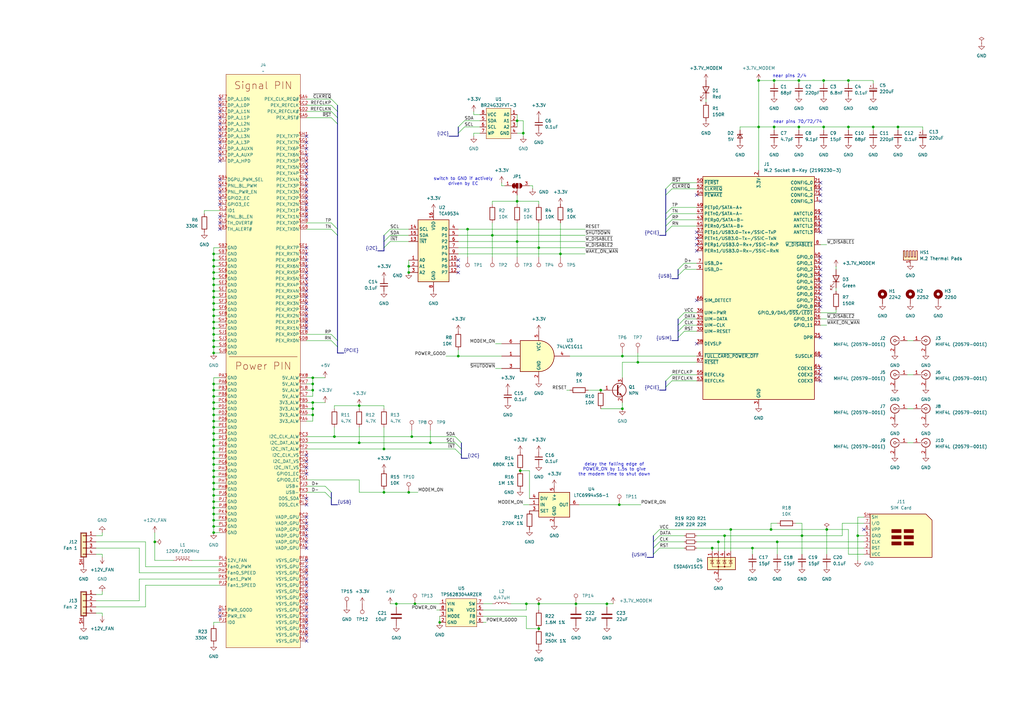
<source format=kicad_sch>
(kicad_sch (version 20250114) (generator "eeschema") (generator_version "9.0")
  (paper "A3")
  (title_block (title "Framework 16 Expansion Bay Cellular Module") (rev "${VERSION}"))
  (bus_alias "I2C" (members "SDA" "SCL" "~{INT}"))
  (bus_alias "PCIE" (members "~{CLKREQ}" "REFCLKP" "REFCLKN" "~{RST}" "RP" "RN" "TP" "TN"))
  (bus_alias "USB" (members "D+" "D-"))
  (bus_alias "USIM" (members "DET" "VCC" "DATA" "CLK" "RST"))
  (text "delay the falling edge of\nPOWER_ON by 1.5s to give\nthe modem time to shut down" (at 251.968 192.532 0) (effects (font (size 1.27 1.27))))
  (text "near pins 70/72/74" (at 327.152 50.038 0) (effects (font (size 1.27 1.27))))
  (text "near pins 2/4" (at 323.85 31.242 0) (effects (font (size 1.27 1.27))))
  (text "switch to GND if actively\ndriven by EC" (at 189.992 74.422 0) (effects (font (size 1.27 1.27))))
  (junction (at 87.63 160.02))
  (junction (at 347.98 52.07))
  (junction (at 212.09 99.06))
  (junction (at 87.63 116.84))
  (junction (at 157.48 184.15))
  (junction (at 87.63 144.78))
  (junction (at 87.63 142.24))
  (junction (at 201.93 96.52))
  (junction (at 128.27 165.1))
  (junction (at 255.27 167.64))
  (junction (at 167.64 201.93))
  (junction (at 167.64 111.76))
  (junction (at 176.53 181.61))
  (junction (at 167.64 109.22))
  (junction (at 212.09 49.53))
  (junction (at 358.14 52.07))
  (junction (at 255.27 146.05))
  (junction (at 87.63 109.22))
  (junction (at 87.63 182.88))
  (junction (at 147.32 166.37))
  (junction (at 168.91 179.07))
  (junction (at 229.87 104.14))
  (junction (at 87.63 172.72))
  (junction (at 87.63 185.42))
  (junction (at 87.63 132.08))
  (junction (at 316.23 217.17))
  (junction (at 311.15 52.07))
  (junction (at 220.98 101.6))
  (junction (at 128.27 167.64))
  (junction (at 87.63 167.64))
  (junction (at 87.63 134.62))
  (junction (at 254 207.01))
  (junction (at 246.38 160.02))
  (junction (at 87.63 193.04))
  (junction (at 351.79 219.71))
  (junction (at 87.63 195.58))
  (junction (at 128.27 154.94))
  (junction (at 87.63 121.92))
  (junction (at 191.77 93.98))
  (junction (at 87.63 119.38))
  (junction (at 63.5 222.25))
  (junction (at 187.96 146.05))
  (junction (at 87.63 137.16))
  (junction (at 87.63 205.74))
  (junction (at 87.63 111.76))
  (junction (at 87.63 157.48))
  (junction (at 261.62 148.59))
  (junction (at 213.36 193.04))
  (junction (at 128.27 170.18))
  (junction (at 299.72 217.17))
  (junction (at 236.22 247.65))
  (junction (at 297.18 219.71))
  (junction (at 128.27 160.02))
  (junction (at 87.63 127))
  (junction (at 318.77 222.25))
  (junction (at 87.63 215.9))
  (junction (at 147.32 181.61))
  (junction (at 214.63 54.61))
  (junction (at 180.34 255.27))
  (junction (at 87.63 139.7))
  (junction (at 220.98 247.65))
  (junction (at 347.98 33.02))
  (junction (at 87.63 180.34))
  (junction (at 317.5 33.02))
  (junction (at 327.66 52.07))
  (junction (at 220.98 257.81))
  (junction (at 128.27 157.48))
  (junction (at 308.61 224.79))
  (junction (at 157.48 201.93))
  (junction (at 327.66 33.02))
  (junction (at 339.09 217.17))
  (junction (at 212.09 82.55))
  (junction (at 87.63 114.3))
  (junction (at 87.63 208.28))
  (junction (at 87.63 162.56))
  (junction (at 87.63 170.18))
  (junction (at 294.64 222.25))
  (junction (at 87.63 210.82))
  (junction (at 317.5 52.07))
  (junction (at 87.63 177.8))
  (junction (at 215.9 247.65))
  (junction (at 87.63 190.5))
  (junction (at 162.56 247.65))
  (junction (at 87.63 218.44))
  (junction (at 337.82 52.07))
  (junction (at 87.63 200.66))
  (junction (at 87.63 213.36))
  (junction (at 87.63 198.12))
  (junction (at 137.16 179.07))
  (junction (at 87.63 106.68))
  (junction (at 337.82 33.02))
  (junction (at 87.63 129.54))
  (junction (at 368.3 52.07))
  (junction (at 292.1 224.79))
  (junction (at 170.18 247.65))
  (junction (at 311.15 33.02))
  (junction (at 328.93 219.71))
  (junction (at 248.92 247.65))
  (junction (at 87.63 175.26))
  (junction (at 87.63 124.46))
  (junction (at 87.63 203.2))
  (junction (at 87.63 187.96))
  (junction (at 87.63 104.14))
  (junction (at 87.63 165.1))
  (no_connect (at 336.55 95.25))
  (no_connect (at 90.17 58.42))
  (no_connect (at 125.73 129.54))
  (no_connect (at 125.73 132.08))
  (no_connect (at 125.73 124.46))
  (no_connect (at 336.55 138.43))
  (no_connect (at 336.55 105.41))
  (no_connect (at 125.73 86.36))
  (no_connect (at 125.73 78.74))
  (no_connect (at 125.73 71.12))
  (no_connect (at 125.73 250.19))
  (no_connect (at 336.55 77.47))
  (no_connect (at 336.55 82.55))
  (no_connect (at 336.55 87.63))
  (no_connect (at 125.73 127))
  (no_connect (at 125.73 207.01))
  (no_connect (at 90.17 73.66))
  (no_connect (at 125.73 247.65))
  (no_connect (at 336.55 80.01))
  (no_connect (at 336.55 92.71))
  (no_connect (at 125.73 55.88))
  (no_connect (at 125.73 204.47))
  (no_connect (at 336.55 156.21))
  (no_connect (at 285.75 140.97))
  (no_connect (at 90.17 43.18))
  (no_connect (at 336.55 90.17))
  (no_connect (at 90.17 50.8))
  (no_connect (at 90.17 83.82))
  (no_connect (at 125.73 111.76))
  (no_connect (at 285.75 80.01))
  (no_connect (at 125.73 255.27))
  (no_connect (at 90.17 88.9))
  (no_connect (at 125.73 222.25))
  (no_connect (at 90.17 91.44))
  (no_connect (at 125.73 106.68))
  (no_connect (at 336.55 120.65))
  (no_connect (at 125.73 68.58))
  (no_connect (at 125.73 104.14))
  (no_connect (at 285.75 97.79))
  (no_connect (at 125.73 134.62))
  (no_connect (at 125.73 237.49))
  (no_connect (at 125.73 245.11))
  (no_connect (at 125.73 83.82))
  (no_connect (at 90.17 76.2))
  (no_connect (at 125.73 114.3))
  (no_connect (at 336.55 146.05))
  (no_connect (at 90.17 45.72))
  (no_connect (at 125.73 194.31))
  (no_connect (at 90.17 55.88))
  (no_connect (at 336.55 123.19))
  (no_connect (at 125.73 262.89))
  (no_connect (at 125.73 191.77))
  (no_connect (at 90.17 252.73))
  (no_connect (at 336.55 125.73))
  (no_connect (at 187.96 109.22))
  (no_connect (at 354.33 217.17))
  (no_connect (at 125.73 186.69))
  (no_connect (at 336.55 113.03))
  (no_connect (at 90.17 250.19))
  (no_connect (at 125.73 119.38))
  (no_connect (at 285.75 100.33))
  (no_connect (at 336.55 153.67))
  (no_connect (at 90.17 53.34))
  (no_connect (at 125.73 60.96))
  (no_connect (at 90.17 81.28))
  (no_connect (at 285.75 123.19))
  (no_connect (at 125.73 217.17))
  (no_connect (at 125.73 252.73))
  (no_connect (at 125.73 212.09))
  (no_connect (at 125.73 63.5))
  (no_connect (at 90.17 60.96))
  (no_connect (at 125.73 257.81))
  (no_connect (at 125.73 109.22))
  (no_connect (at 90.17 40.64))
  (no_connect (at 90.17 93.98))
  (no_connect (at 187.96 106.68))
  (no_connect (at 125.73 224.79))
  (no_connect (at 125.73 260.35))
  (no_connect (at 125.73 189.23))
  (no_connect (at 125.73 66.04))
  (no_connect (at 90.17 63.5))
  (no_connect (at 125.73 232.41))
  (no_connect (at 125.73 58.42))
  (no_connect (at 187.96 111.76))
  (no_connect (at 90.17 66.04))
  (no_connect (at 125.73 116.84))
  (no_connect (at 336.55 115.57))
  (no_connect (at 285.75 95.25))
  (no_connect (at 336.55 110.49))
  (no_connect (at 285.75 102.87))
  (no_connect (at 336.55 151.13))
  (no_connect (at 125.73 219.71))
  (no_connect (at 90.17 48.26))
  (no_connect (at 125.73 101.6))
  (no_connect (at 336.55 74.93))
  (no_connect (at 125.73 242.57))
  (no_connect (at 336.55 118.11))
  (no_connect (at 90.17 78.74))
  (no_connect (at 125.73 76.2))
  (no_connect (at 125.73 121.92))
  (no_connect (at 125.73 81.28))
  (no_connect (at 336.55 107.95))
  (no_connect (at 125.73 234.95))
  (no_connect (at 125.73 214.63))
  (no_connect (at 125.73 88.9))
  (no_connect (at 125.73 240.03))
  (no_connect (at 125.73 73.66))
  (no_connect (at 125.73 229.87))
  (bus_entry (at 275.59 156.21) (size -2.54 2.54))
  (bus_entry (at 280.67 107.95) (size -2.54 2.54))
  (bus_entry (at 135.89 43.18) (size 2.54 2.54))
  (bus_entry (at 275.59 74.93) (size -2.54 2.54))
  (bus_entry (at 190.5 49.53) (size -2.54 2.54))
  (bus_entry (at 160.02 99.06) (size -2.54 2.54))
  (bus_entry (at 135.89 45.72) (size 2.54 2.54))
  (bus_entry (at 280.67 130.81) (size -2.54 2.54))
  (bus_entry (at 133.35 201.93) (size 2.54 2.54))
  (bus_entry (at 135.89 40.64) (size 2.54 2.54))
  (bus_entry (at 160.02 96.52) (size -2.54 2.54))
  (bus_entry (at 135.89 137.16) (size 2.54 2.54))
  (bus_entry (at 275.59 77.47) (size -2.54 2.54))
  (bus_entry (at 186.69 179.07) (size 2.54 2.54))
  (bus_entry (at 186.69 184.15) (size 2.54 2.54))
  (bus_entry (at 270.51 222.25) (size -2.54 2.54))
  (bus_entry (at 160.02 93.98) (size -2.54 2.54))
  (bus_entry (at 280.67 133.35) (size -2.54 2.54))
  (bus_entry (at 275.59 153.67) (size -2.54 2.54))
  (bus_entry (at 270.51 219.71) (size -2.54 2.54))
  (bus_entry (at 186.69 181.61) (size 2.54 2.54))
  (bus_entry (at 275.59 92.71) (size -2.54 2.54))
  (bus_entry (at 135.89 93.98) (size 2.54 2.54))
  (bus_entry (at 280.67 110.49) (size -2.54 2.54))
  (bus_entry (at 135.89 91.44) (size 2.54 2.54))
  (bus_entry (at 275.59 87.63) (size -2.54 2.54))
  (bus_entry (at 133.35 199.39) (size 2.54 2.54))
  (bus_entry (at 135.89 48.26) (size 2.54 2.54))
  (bus_entry (at 190.5 52.07) (size -2.54 2.54))
  (bus_entry (at 275.59 85.09) (size -2.54 2.54))
  (bus_entry (at 275.59 90.17) (size -2.54 2.54))
  (bus_entry (at 135.89 139.7) (size 2.54 2.54))
  (bus_entry (at 270.51 224.79) (size -2.54 2.54))
  (bus_entry (at 280.67 128.27) (size -2.54 2.54))
  (bus_entry (at 270.51 217.17) (size -2.54 2.54))
  (bus_entry (at 280.67 135.89) (size -2.54 2.54))
  (wire (pts (xy 125.73 201.93) (xy 133.35 201.93)))
  (wire (pts (xy 212.09 83.82) (xy 212.09 82.55)))
  (wire (pts (xy 87.63 109.22) (xy 87.63 111.76)))
  (wire (pts (xy 63.5 222.25) (xy 63.5 229.87)))
  (wire (pts (xy 220.98 82.55) (xy 212.09 82.55)))
  (bus (pts (xy 138.43 96.52) (xy 138.43 139.7)))
  (wire (pts (xy 87.63 170.18) (xy 90.17 170.18)))
  (wire (pts (xy 220.98 250.19) (xy 220.98 247.65)))
  (wire (pts (xy 168.91 179.07) (xy 186.69 179.07)))
  (bus (pts (xy 184.15 55.88) (xy 187.96 55.88)))
  (wire (pts (xy 87.63 187.96) (xy 87.63 190.5)))
  (wire (pts (xy 194.31 45.72) (xy 194.31 46.99)))
  (bus (pts (xy 138.43 50.8) (xy 138.43 93.98)))
  (wire (pts (xy 147.32 181.61) (xy 176.53 181.61)))
  (wire (pts (xy 285.75 222.25) (xy 294.64 222.25)))
  (wire (pts (xy 39.37 227.33) (xy 41.91 227.33)))
  (bus (pts (xy 267.97 222.25) (xy 267.97 224.79)))
  (wire (pts (xy 205.74 74.93) (xy 205.74 76.2)))
  (wire (pts (xy 182.88 146.05) (xy 187.96 146.05)))
  (wire (pts (xy 87.63 172.72) (xy 87.63 175.26)))
  (wire (pts (xy 125.73 181.61) (xy 147.32 181.61)))
  (wire (pts (xy 261.62 144.78) (xy 261.62 148.59)))
  (wire (pts (xy 147.32 196.85) (xy 147.32 201.93)))
  (wire (pts (xy 39.37 251.46) (xy 41.91 251.46)))
  (wire (pts (xy 372.11 167.64) (xy 374.65 167.64)))
  (wire (pts (xy 87.63 134.62) (xy 87.63 137.16)))
  (wire (pts (xy 87.63 137.16) (xy 87.63 139.7)))
  (wire (pts (xy 128.27 157.48) (xy 128.27 160.02)))
  (wire (pts (xy 59.69 232.41) (xy 90.17 232.41)))
  (wire (pts (xy 294.64 222.25) (xy 318.77 222.25)))
  (wire (pts (xy 87.63 111.76) (xy 90.17 111.76)))
  (wire (pts (xy 87.63 114.3) (xy 87.63 116.84)))
  (wire (pts (xy 87.63 180.34) (xy 87.63 182.88)))
  (wire (pts (xy 220.98 101.6) (xy 240.03 101.6)))
  (wire (pts (xy 201.93 82.55) (xy 201.93 83.82)))
  (wire (pts (xy 137.16 166.37) (xy 147.32 166.37)))
  (wire (pts (xy 128.27 167.64) (xy 128.27 170.18)))
  (wire (pts (xy 187.96 99.06) (xy 212.09 99.06)))
  (wire (pts (xy 342.9 128.27) (xy 342.9 127)))
  (wire (pts (xy 87.63 121.92) (xy 90.17 121.92)))
  (wire (pts (xy 255.27 146.05) (xy 285.75 146.05)))
  (wire (pts (xy 87.63 106.68) (xy 87.63 109.22)))
  (wire (pts (xy 358.14 52.07) (xy 358.14 53.34)))
  (wire (pts (xy 280.67 133.35) (xy 285.75 133.35)))
  (wire (pts (xy 308.61 224.79) (xy 354.33 224.79)))
  (wire (pts (xy 318.77 222.25) (xy 318.77 227.33)))
  (wire (pts (xy 87.63 157.48) (xy 87.63 160.02)))
  (wire (pts (xy 339.09 100.33) (xy 336.55 100.33)))
  (wire (pts (xy 255.27 154.94) (xy 255.27 148.59)))
  (wire (pts (xy 347.98 33.02) (xy 347.98 34.29)))
  (wire (pts (xy 87.63 190.5) (xy 87.63 193.04)))
  (wire (pts (xy 87.63 129.54) (xy 87.63 132.08)))
  (wire (pts (xy 87.63 106.68) (xy 90.17 106.68)))
  (wire (pts (xy 90.17 154.94) (xy 87.63 154.94)))
  (wire (pts (xy 217.17 76.2) (xy 218.44 76.2)))
  (wire (pts (xy 125.73 40.64) (xy 135.89 40.64)))
  (wire (pts (xy 299.72 217.17) (xy 299.72 226.06)))
  (wire (pts (xy 87.63 127) (xy 90.17 127)))
  (wire (pts (xy 280.67 130.81) (xy 285.75 130.81)))
  (wire (pts (xy 167.64 201.93) (xy 171.45 201.93)))
  (bus (pts (xy 267.97 219.71) (xy 267.97 222.25)))
  (wire (pts (xy 125.73 160.02) (xy 128.27 160.02)))
  (wire (pts (xy 90.17 240.03) (xy 59.69 240.03)))
  (wire (pts (xy 191.77 93.98) (xy 191.77 105.41)))
  (wire (pts (xy 125.73 137.16) (xy 135.89 137.16)))
  (wire (pts (xy 198.12 255.27) (xy 199.39 255.27)))
  (wire (pts (xy 190.5 49.53) (xy 196.85 49.53)))
  (wire (pts (xy 215.9 252.73) (xy 215.9 257.81)))
  (wire (pts (xy 294.64 222.25) (xy 294.64 226.06)))
  (wire (pts (xy 187.96 93.98) (xy 191.77 93.98)))
  (bus (pts (xy 135.89 207.01) (xy 138.43 207.01)))
  (wire (pts (xy 125.73 91.44) (xy 135.89 91.44)))
  (wire (pts (xy 354.33 219.71) (xy 351.79 219.71)))
  (wire (pts (xy 41.91 227.33) (xy 41.91 228.6)))
  (wire (pts (xy 87.63 142.24) (xy 90.17 142.24)))
  (wire (pts (xy 87.63 109.22) (xy 90.17 109.22)))
  (wire (pts (xy 39.37 243.84) (xy 41.91 243.84)))
  (wire (pts (xy 317.5 52.07) (xy 311.15 52.07)))
  (wire (pts (xy 191.77 93.98) (xy 240.03 93.98)))
  (bus (pts (xy 278.13 110.49) (xy 278.13 113.03)))
  (wire (pts (xy 87.63 210.82) (xy 87.63 213.36)))
  (wire (pts (xy 39.37 219.71) (xy 41.91 219.71)))
  (wire (pts (xy 90.17 175.26) (xy 87.63 175.26)))
  (wire (pts (xy 372.11 139.7) (xy 374.65 139.7)))
  (bus (pts (xy 189.23 184.15) (xy 189.23 186.69)))
  (wire (pts (xy 87.63 205.74) (xy 87.63 208.28)))
  (wire (pts (xy 220.98 247.65) (xy 215.9 247.65)))
  (wire (pts (xy 125.73 172.72) (xy 128.27 172.72)))
  (wire (pts (xy 125.73 154.94) (xy 128.27 154.94)))
  (wire (pts (xy 87.63 195.58) (xy 87.63 198.12)))
  (wire (pts (xy 275.59 87.63) (xy 285.75 87.63)))
  (wire (pts (xy 87.63 127) (xy 87.63 129.54)))
  (wire (pts (xy 87.63 210.82) (xy 90.17 210.82)))
  (wire (pts (xy 255.27 148.59) (xy 261.62 148.59)))
  (wire (pts (xy 162.56 247.65) (xy 162.56 248.92)))
  (bus (pts (xy 138.43 144.78) (xy 140.97 144.78)))
  (wire (pts (xy 63.5 218.44) (xy 63.5 222.25)))
  (wire (pts (xy 203.2 140.97) (xy 205.74 140.97)))
  (wire (pts (xy 87.63 205.74) (xy 90.17 205.74)))
  (wire (pts (xy 179.07 250.19) (xy 180.34 250.19)))
  (wire (pts (xy 87.63 154.94) (xy 87.63 157.48)))
  (wire (pts (xy 275.59 74.93) (xy 285.75 74.93)))
  (wire (pts (xy 337.82 52.07) (xy 347.98 52.07)))
  (wire (pts (xy 87.63 213.36) (xy 87.63 215.9)))
  (wire (pts (xy 125.73 162.56) (xy 128.27 162.56)))
  (wire (pts (xy 87.63 213.36) (xy 90.17 213.36)))
  (wire (pts (xy 311.15 33.02) (xy 311.15 52.07)))
  (wire (pts (xy 87.63 162.56) (xy 90.17 162.56)))
  (bus (pts (xy 273.05 156.21) (xy 273.05 158.75)))
  (wire (pts (xy 318.77 222.25) (xy 354.33 222.25)))
  (wire (pts (xy 125.73 139.7) (xy 135.89 139.7)))
  (wire (pts (xy 316.23 214.63) (xy 316.23 217.17)))
  (bus (pts (xy 270.51 160.02) (xy 273.05 160.02)))
  (wire (pts (xy 342.9 109.22) (xy 342.9 110.49)))
  (wire (pts (xy 87.63 121.92) (xy 87.63 124.46)))
  (wire (pts (xy 87.63 114.3) (xy 90.17 114.3)))
  (wire (pts (xy 214.63 54.61) (xy 212.09 54.61)))
  (wire (pts (xy 317.5 33.02) (xy 327.66 33.02)))
  (wire (pts (xy 87.63 203.2) (xy 87.63 205.74)))
  (wire (pts (xy 125.73 184.15) (xy 157.48 184.15)))
  (wire (pts (xy 311.15 69.85) (xy 311.15 52.07)))
  (wire (pts (xy 251.46 247.65) (xy 248.92 247.65)))
  (wire (pts (xy 90.17 255.27) (xy 87.63 255.27)))
  (wire (pts (xy 87.63 193.04) (xy 87.63 195.58)))
  (wire (pts (xy 297.18 219.71) (xy 297.18 226.06)))
  (wire (pts (xy 57.15 234.95) (xy 57.15 224.79)))
  (wire (pts (xy 220.98 91.44) (xy 220.98 101.6)))
  (wire (pts (xy 87.63 119.38) (xy 87.63 121.92)))
  (wire (pts (xy 336.55 130.81) (xy 339.09 130.81)))
  (wire (pts (xy 125.73 165.1) (xy 128.27 165.1)))
  (wire (pts (xy 87.63 172.72) (xy 90.17 172.72)))
  (wire (pts (xy 351.79 219.71) (xy 351.79 229.87)))
  (wire (pts (xy 87.63 160.02) (xy 87.63 162.56)))
  (wire (pts (xy 187.96 143.51) (xy 187.96 146.05)))
  (bus (pts (xy 273.05 92.71) (xy 273.05 95.25)))
  (wire (pts (xy 87.63 144.78) (xy 90.17 144.78)))
  (wire (pts (xy 87.63 187.96) (xy 90.17 187.96)))
  (wire (pts (xy 125.73 196.85) (xy 147.32 196.85)))
  (wire (pts (xy 157.48 200.66) (xy 157.48 201.93)))
  (wire (pts (xy 87.63 198.12) (xy 87.63 200.66)))
  (wire (pts (xy 368.3 52.07) (xy 368.3 53.34)))
  (wire (pts (xy 347.98 227.33) (xy 354.33 227.33)))
  (wire (pts (xy 125.73 179.07) (xy 137.16 179.07)))
  (wire (pts (xy 41.91 251.46) (xy 41.91 252.73)))
  (wire (pts (xy 354.33 214.63) (xy 345.44 214.63)))
  (wire (pts (xy 83.82 86.36) (xy 83.82 87.63)))
  (wire (pts (xy 59.69 248.92) (xy 39.37 248.92)))
  (wire (pts (xy 326.39 214.63) (xy 328.93 214.63)))
  (wire (pts (xy 128.27 170.18) (xy 128.27 172.72)))
  (wire (pts (xy 229.87 104.14) (xy 229.87 105.41)))
  (wire (pts (xy 261.62 148.59) (xy 285.75 148.59)))
  (wire (pts (xy 342.9 119.38) (xy 342.9 118.11)))
  (wire (pts (xy 87.63 165.1) (xy 87.63 167.64)))
  (wire (pts (xy 241.3 160.02) (xy 246.38 160.02)))
  (wire (pts (xy 236.22 248.92) (xy 236.22 247.65)))
  (wire (pts (xy 187.96 96.52) (xy 201.93 96.52)))
  (wire (pts (xy 372.11 181.61) (xy 374.65 181.61)))
  (wire (pts (xy 87.63 116.84) (xy 87.63 119.38)))
  (wire (pts (xy 125.73 157.48) (xy 128.27 157.48)))
  (wire (pts (xy 285.75 219.71) (xy 297.18 219.71)))
  (wire (pts (xy 280.67 107.95) (xy 285.75 107.95)))
  (wire (pts (xy 212.09 49.53) (xy 212.09 52.07)))
  (wire (pts (xy 275.59 92.71) (xy 285.75 92.71)))
  (wire (pts (xy 87.63 142.24) (xy 87.63 144.78)))
  (wire (pts (xy 87.63 193.04) (xy 90.17 193.04)))
  (bus (pts (xy 189.23 181.61) (xy 189.23 184.15)))
  (wire (pts (xy 336.55 133.35) (xy 339.09 133.35)))
  (bus (pts (xy 138.43 45.72) (xy 138.43 48.26)))
  (wire (pts (xy 275.59 153.67) (xy 285.75 153.67)))
  (bus (pts (xy 154.94 102.87) (xy 157.48 102.87)))
  (wire (pts (xy 59.69 240.03) (xy 59.69 248.92)))
  (bus (pts (xy 275.59 139.7) (xy 278.13 139.7)))
  (bus (pts (xy 187.96 52.07) (xy 187.96 54.61)))
  (wire (pts (xy 270.51 217.17) (xy 299.72 217.17)))
  (wire (pts (xy 194.31 46.99) (xy 196.85 46.99)))
  (wire (pts (xy 128.27 154.94) (xy 133.35 154.94)))
  (wire (pts (xy 237.49 207.01) (xy 254 207.01)))
  (wire (pts (xy 347.98 33.02) (xy 358.14 33.02)))
  (wire (pts (xy 41.91 219.71) (xy 41.91 218.44)))
  (wire (pts (xy 220.98 247.65) (xy 236.22 247.65)))
  (bus (pts (xy 191.77 187.96) (xy 189.23 187.96)))
  (wire (pts (xy 176.53 176.53) (xy 176.53 181.61)))
  (wire (pts (xy 308.61 224.79) (xy 308.61 227.33)))
  (wire (pts (xy 368.3 52.07) (xy 378.46 52.07)))
  (bus (pts (xy 138.43 43.18) (xy 138.43 45.72)))
  (wire (pts (xy 160.02 247.65) (xy 162.56 247.65)))
  (wire (pts (xy 233.68 146.05) (xy 255.27 146.05)))
  (wire (pts (xy 87.63 208.28) (xy 87.63 210.82)))
  (wire (pts (xy 270.51 222.25) (xy 280.67 222.25)))
  (wire (pts (xy 303.53 52.07) (xy 303.53 53.34)))
  (wire (pts (xy 125.73 45.72) (xy 135.89 45.72)))
  (wire (pts (xy 280.67 110.49) (xy 285.75 110.49)))
  (wire (pts (xy 137.16 179.07) (xy 168.91 179.07)))
  (wire (pts (xy 57.15 246.38) (xy 39.37 246.38)))
  (wire (pts (xy 248.92 248.92) (xy 248.92 247.65)))
  (wire (pts (xy 87.63 182.88) (xy 87.63 185.42)))
  (bus (pts (xy 270.51 96.52) (xy 273.05 96.52)))
  (bus (pts (xy 138.43 139.7) (xy 138.43 142.24)))
  (wire (pts (xy 299.72 217.17) (xy 316.23 217.17)))
  (wire (pts (xy 167.64 106.68) (xy 167.64 109.22)))
  (wire (pts (xy 212.09 99.06) (xy 212.09 105.41)))
  (wire (pts (xy 87.63 160.02) (xy 90.17 160.02)))
  (wire (pts (xy 39.37 222.25) (xy 59.69 222.25)))
  (wire (pts (xy 157.48 175.26) (xy 157.48 184.15)))
  (wire (pts (xy 317.5 33.02) (xy 311.15 33.02)))
  (bus (pts (xy 273.05 90.17) (xy 273.05 92.71)))
  (wire (pts (xy 128.27 165.1) (xy 133.35 165.1)))
  (wire (pts (xy 229.87 91.44) (xy 229.87 104.14)))
  (wire (pts (xy 87.63 119.38) (xy 90.17 119.38)))
  (bus (pts (xy 189.23 186.69) (xy 189.23 187.96)))
  (wire (pts (xy 167.64 109.22) (xy 167.64 111.76)))
  (wire (pts (xy 275.59 156.21) (xy 285.75 156.21)))
  (bus (pts (xy 135.89 201.93) (xy 135.89 204.47)))
  (wire (pts (xy 87.63 132.08) (xy 87.63 134.62)))
  (wire (pts (xy 339.09 217.17) (xy 347.98 217.17)))
  (wire (pts (xy 167.64 99.06) (xy 160.02 99.06)))
  (wire (pts (xy 317.5 52.07) (xy 317.5 53.34)))
  (wire (pts (xy 280.67 135.89) (xy 285.75 135.89)))
  (wire (pts (xy 328.93 214.63) (xy 328.93 219.71)))
  (wire (pts (xy 87.63 165.1) (xy 90.17 165.1)))
  (wire (pts (xy 215.9 257.81) (xy 220.98 257.81)))
  (wire (pts (xy 209.55 247.65) (xy 215.9 247.65)))
  (bus (pts (xy 275.59 114.3) (xy 278.13 114.3)))
  (bus (pts (xy 278.13 135.89) (xy 278.13 138.43)))
  (wire (pts (xy 41.91 243.84) (xy 41.91 242.57)))
  (wire (pts (xy 125.73 43.18) (xy 135.89 43.18)))
  (wire (pts (xy 87.63 215.9) (xy 90.17 215.9)))
  (wire (pts (xy 280.67 128.27) (xy 285.75 128.27)))
  (wire (pts (xy 63.5 229.87) (xy 71.12 229.87)))
  (wire (pts (xy 213.36 193.04) (xy 217.17 193.04)))
  (bus (pts (xy 267.97 227.33) (xy 267.97 228.6)))
  (wire (pts (xy 275.59 90.17) (xy 285.75 90.17)))
  (wire (pts (xy 78.74 229.87) (xy 90.17 229.87)))
  (wire (pts (xy 87.63 190.5) (xy 90.17 190.5)))
  (wire (pts (xy 90.17 101.6) (xy 87.63 101.6)))
  (wire (pts (xy 316.23 217.17) (xy 339.09 217.17)))
  (bus (pts (xy 273.05 80.01) (xy 273.05 87.63)))
  (wire (pts (xy 87.63 139.7) (xy 87.63 142.24)))
  (wire (pts (xy 180.34 247.65) (xy 170.18 247.65)))
  (wire (pts (xy 39.37 224.79) (xy 57.15 224.79)))
  (bus (pts (xy 278.13 130.81) (xy 278.13 133.35)))
  (wire (pts (xy 345.44 214.63) (xy 345.44 219.71)))
  (wire (pts (xy 201.93 82.55) (xy 212.09 82.55)))
  (wire (pts (xy 214.63 49.53) (xy 212.09 49.53)))
  (wire (pts (xy 87.63 167.64) (xy 90.17 167.64)))
  (wire (pts (xy 137.16 175.26) (xy 137.16 179.07)))
  (wire (pts (xy 157.48 167.64) (xy 157.48 166.37)))
  (bus (pts (xy 273.05 87.63) (xy 273.05 90.17)))
  (wire (pts (xy 87.63 132.08) (xy 90.17 132.08)))
  (wire (pts (xy 87.63 129.54) (xy 90.17 129.54)))
  (wire (pts (xy 90.17 237.49) (xy 57.15 237.49)))
  (wire (pts (xy 201.93 96.52) (xy 240.03 96.52)))
  (wire (pts (xy 275.59 77.47) (xy 285.75 77.47)))
  (wire (pts (xy 317.5 33.02) (xy 317.5 34.29)))
  (wire (pts (xy 198.12 250.19) (xy 215.9 250.19)))
  (wire (pts (xy 212.09 99.06) (xy 240.03 99.06)))
  (wire (pts (xy 87.63 157.48) (xy 90.17 157.48)))
  (wire (pts (xy 190.5 52.07) (xy 196.85 52.07)))
  (wire (pts (xy 187.96 146.05) (xy 205.74 146.05)))
  (wire (pts (xy 87.63 134.62) (xy 90.17 134.62)))
  (wire (pts (xy 87.63 104.14) (xy 90.17 104.14)))
  (wire (pts (xy 87.63 137.16) (xy 90.17 137.16)))
  (wire (pts (xy 248.92 247.65) (xy 236.22 247.65)))
  (wire (pts (xy 87.63 139.7) (xy 90.17 139.7)))
  (wire (pts (xy 128.27 154.94) (xy 128.27 157.48)))
  (bus (pts (xy 273.05 158.75) (xy 273.05 160.02)))
  (wire (pts (xy 255.27 167.64) (xy 255.27 165.1)))
  (wire (pts (xy 157.48 201.93) (xy 167.64 201.93)))
  (wire (pts (xy 87.63 180.34) (xy 90.17 180.34)))
  (wire (pts (xy 87.63 162.56) (xy 87.63 165.1)))
  (wire (pts (xy 57.15 237.49) (xy 57.15 246.38)))
  (wire (pts (xy 87.63 185.42) (xy 87.63 187.96)))
  (wire (pts (xy 214.63 55.88) (xy 214.63 54.61)))
  (wire (pts (xy 87.63 200.66) (xy 90.17 200.66)))
  (wire (pts (xy 87.63 198.12) (xy 90.17 198.12)))
  (bus (pts (xy 273.05 95.25) (xy 273.05 96.52)))
  (wire (pts (xy 328.93 219.71) (xy 328.93 227.33)))
  (wire (pts (xy 125.73 199.39) (xy 133.35 199.39)))
  (wire (pts (xy 317.5 52.07) (xy 327.66 52.07)))
  (wire (pts (xy 203.2 151.13) (xy 205.74 151.13)))
  (wire (pts (xy 214.63 207.01) (xy 217.17 207.01)))
  (wire (pts (xy 327.66 52.07) (xy 337.82 52.07)))
  (wire (pts (xy 297.18 219.71) (xy 328.93 219.71)))
  (wire (pts (xy 372.11 153.67) (xy 374.65 153.67)))
  (wire (pts (xy 232.41 160.02) (xy 233.68 160.02)))
  (wire (pts (xy 167.64 96.52) (xy 160.02 96.52)))
  (wire (pts (xy 167.64 93.98) (xy 160.02 93.98)))
  (bus (pts (xy 157.48 101.6) (xy 157.48 102.87)))
  (wire (pts (xy 201.93 91.44) (xy 201.93 96.52)))
  (bus (pts (xy 273.05 77.47) (xy 273.05 80.01)))
  (wire (pts (xy 87.63 111.76) (xy 87.63 114.3)))
  (wire (pts (xy 87.63 185.42) (xy 90.17 185.42)))
  (wire (pts (xy 246.38 160.02) (xy 247.65 160.02)))
  (wire (pts (xy 212.09 46.99) (xy 212.09 49.53)))
  (wire (pts (xy 255.27 144.78) (xy 255.27 146.05)))
  (bus (pts (xy 138.43 93.98) (xy 138.43 96.52)))
  (wire (pts (xy 87.63 124.46) (xy 87.63 127)))
  (wire (pts (xy 347.98 52.07) (xy 347.98 53.34)))
  (bus (pts (xy 157.48 99.06) (xy 157.48 101.6)))
  (wire (pts (xy 87.63 218.44) (xy 90.17 218.44)))
  (wire (pts (xy 285.75 224.79) (xy 292.1 224.79)))
  (bus (pts (xy 138.43 48.26) (xy 138.43 50.8)))
  (wire (pts (xy 201.93 96.52) (xy 201.93 105.41)))
  (wire (pts (xy 87.63 215.9) (xy 87.63 218.44)))
  (wire (pts (xy 170.18 247.65) (xy 162.56 247.65)))
  (wire (pts (xy 378.46 52.07) (xy 378.46 53.34)))
  (wire (pts (xy 327.66 33.02) (xy 327.66 34.29)))
  (bus (pts (xy 278.13 138.43) (xy 278.13 139.7)))
  (wire (pts (xy 187.96 104.14) (xy 229.87 104.14)))
  (wire (pts (xy 128.27 165.1) (xy 128.27 167.64)))
  (wire (pts (xy 327.66 52.07) (xy 327.66 53.34)))
  (wire (pts (xy 354.33 212.09) (xy 351.79 212.09)))
  (wire (pts (xy 336.55 128.27) (xy 342.9 128.27)))
  (wire (pts (xy 180.34 252.73) (xy 180.34 255.27)))
  (wire (pts (xy 254 207.01) (xy 262.89 207.01)))
  (bus (pts (xy 267.97 224.79) (xy 267.97 227.33)))
  (wire (pts (xy 303.53 52.07) (xy 311.15 52.07)))
  (wire (pts (xy 275.59 85.09) (xy 285.75 85.09)))
  (bus (pts (xy 157.48 96.52) (xy 157.48 99.06)))
  (wire (pts (xy 87.63 124.46) (xy 90.17 124.46)))
  (wire (pts (xy 87.63 175.26) (xy 87.63 177.8)))
  (wire (pts (xy 147.32 166.37) (xy 147.32 167.64)))
  (wire (pts (xy 327.66 33.02) (xy 337.82 33.02)))
  (wire (pts (xy 318.77 214.63) (xy 316.23 214.63)))
  (wire (pts (xy 201.93 247.65) (xy 198.12 247.65)))
  (wire (pts (xy 205.74 76.2) (xy 207.01 76.2)))
  (wire (pts (xy 337.82 52.07) (xy 337.82 53.34)))
  (wire (pts (xy 87.63 177.8) (xy 87.63 180.34)))
  (wire (pts (xy 220.98 101.6) (xy 220.98 105.41)))
  (wire (pts (xy 125.73 48.26) (xy 135.89 48.26)))
  (wire (pts (xy 125.73 167.64) (xy 128.27 167.64)))
  (wire (pts (xy 125.73 93.98) (xy 135.89 93.98)))
  (wire (pts (xy 87.63 116.84) (xy 90.17 116.84)))
  (wire (pts (xy 87.63 101.6) (xy 87.63 104.14)))
  (bus (pts (xy 187.96 54.61) (xy 187.96 55.88)))
  (wire (pts (xy 83.82 86.36) (xy 90.17 86.36)))
  (bus (pts (xy 278.13 133.35) (xy 278.13 135.89)))
  (wire (pts (xy 87.63 208.28) (xy 90.17 208.28)))
  (wire (pts (xy 198.12 252.73) (xy 215.9 252.73)))
  (wire (pts (xy 194.31 54.61) (xy 196.85 54.61)))
  (wire (pts (xy 212.09 91.44) (xy 212.09 99.06)))
  (wire (pts (xy 87.63 195.58) (xy 90.17 195.58)))
  (bus (pts (xy 135.89 204.47) (xy 135.89 207.01)))
  (wire (pts (xy 87.63 104.14) (xy 87.63 106.68)))
  (wire (pts (xy 289.56 40.64) (xy 289.56 41.91)))
  (wire (pts (xy 347.98 217.17) (xy 347.98 227.33)))
  (wire (pts (xy 337.82 33.02) (xy 347.98 33.02)))
  (wire (pts (xy 229.87 104.14) (xy 240.03 104.14)))
  (wire (pts (xy 128.27 160.02) (xy 128.27 162.56)))
  (wire (pts (xy 337.82 33.02) (xy 337.82 34.29)))
  (wire (pts (xy 147.32 175.26) (xy 147.32 181.61)))
  (wire (pts (xy 87.63 167.64) (xy 87.63 170.18)))
  (bus (pts (xy 278.13 113.03) (xy 278.13 114.3)))
  (wire (pts (xy 292.1 224.79) (xy 292.1 226.06)))
  (wire (pts (xy 212.09 80.01) (xy 212.09 82.55)))
  (wire (pts (xy 214.63 54.61) (xy 214.63 49.53)))
  (wire (pts (xy 194.31 55.88) (xy 194.31 54.61)))
  (wire (pts (xy 217.17 193.04) (xy 217.17 204.47)))
  (wire (pts (xy 246.38 167.64) (xy 255.27 167.64)))
  (wire (pts (xy 87.63 255.27) (xy 87.63 256.54)))
  (wire (pts (xy 347.98 52.07) (xy 358.14 52.07)))
  (wire (pts (xy 87.63 177.8) (xy 90.17 177.8)))
  (wire (pts (xy 157.48 166.37) (xy 147.32 166.37)))
  (wire (pts (xy 187.96 101.6) (xy 220.98 101.6)))
  (bus (pts (xy 265.43 228.6) (xy 267.97 228.6)))
  (wire (pts (xy 292.1 224.79) (xy 308.61 224.79)))
  (wire (pts (xy 339.09 217.17) (xy 339.09 227.33)))
  (wire (pts (xy 125.73 170.18) (xy 128.27 170.18)))
  (bus (pts (xy 138.43 142.24) (xy 138.43 144.78)))
  (wire (pts (xy 220.98 83.82) (xy 220.98 82.55)))
  (wire (pts (xy 358.14 33.02) (xy 358.14 34.29)))
  (wire (pts (xy 328.93 219.71) (xy 345.44 219.71)))
  (wire (pts (xy 358.14 52.07) (xy 368.3 52.07)))
  (wire (pts (xy 215.9 250.19) (xy 215.9 247.65)))
  (wire (pts (xy 270.51 219.71) (xy 280.67 219.71)))
  (wire (pts (xy 157.48 184.15) (xy 186.69 184.15)))
  (wire (pts (xy 87.63 170.18) (xy 87.63 172.72)))
  (wire (pts (xy 137.16 166.37) (xy 137.16 167.64)))
  (wire (pts (xy 176.53 181.61) (xy 186.69 181.61)))
  (wire (pts (xy 168.91 176.53) (xy 168.91 179.07)))
  (wire (pts (xy 87.63 182.88) (xy 90.17 182.88)))
  (wire (pts (xy 87.63 200.66) (xy 87.63 203.2)))
  (wire (pts (xy 147.32 201.93) (xy 157.48 201.93)))
  (wire (pts (xy 87.63 203.2) (xy 90.17 203.2)))
  (wire (pts (xy 270.51 224.79) (xy 280.67 224.79)))
  (wire (pts (xy 59.69 222.25) (xy 59.69 232.41)))
  (wire (pts (xy 351.79 212.09) (xy 351.79 219.71)))
  (wire (pts (xy 218.44 76.2) (xy 218.44 77.47)))
  (wire (pts (xy 90.17 234.95) (xy 57.15 234.95)))
  (label "TP" (at 135.89 91.44 180))
  (label "DATA" (at 280.67 130.81 0))
  (label "SCL" (at 160.02 93.98 0))
  (label "{USIM}" (at 265.43 228.6 180))
  (label "VCC" (at 270.51 217.17 0))
  (label "DATA" (at 270.51 219.71 0))
  (label "RST" (at 270.51 224.79 0))
  (label "~{CLKREQ}" (at 135.89 40.64 180))
  (label "RESET" (at 240.03 93.98 0))
  (label "SCL" (at 190.5 52.07 0))
  (label "~{W_DISABLE2}" (at 240.03 101.6 0))
  (label "{PCIE}" (at 270.51 160.02 180))
  (label "~{INT}" (at 160.02 99.06 0))
  (label "~{WAKE_ON_WAN}" (at 339.09 133.35 0))
  (label "~{WAKE_ON_WAN}" (at 240.03 104.14 0))
  (label "TP" (at 275.59 85.09 0))
  (label "{USB}" (at 138.43 207.01 0))
  (label "RN" (at 275.59 92.71 0))
  (label "REFCLKN" (at 135.89 45.72 180))
  (label "RN" (at 135.89 139.7 180))
  (label "SDA" (at 190.5 49.53 0))
  (label "D-" (at 130.81 201.93 180))
  (label "CLK" (at 270.51 222.25 0))
  (label "~{SHUTDOWN}" (at 203.2 151.13 180))
  (label "D-" (at 280.67 110.49 0))
  (label "D+" (at 280.67 107.95 0))
  (label "~{W_DISABLE2}" (at 339.09 130.81 0))
  (label "SCL" (at 186.69 181.61 180))
  (label "{USIM}" (at 275.59 139.7 180))
  (label "{I2C}" (at 184.15 55.88 180))
  (label "TN" (at 135.89 93.98 180))
  (label "~{CLKREQ}" (at 275.59 77.47 0))
  (label "{PCIE}" (at 270.51 96.52 180))
  (label "MODEM_ON" (at 171.45 201.93 0))
  (label "MODEM_ON" (at 214.63 207.01 180))
  (label "TN" (at 275.59 87.63 0))
  (label "~{W_DISABLE1}" (at 240.03 99.06 0))
  (label "D+" (at 130.81 199.39 180))
  (label "REFCLKP" (at 275.59 153.67 0))
  (label "VCC" (at 280.67 128.27 0))
  (label "~{RST}" (at 275.59 74.93 0))
  (label "{PCIE}" (at 140.97 144.78 0))
  (label "MODEM_ON" (at 203.2 140.97 180))
  (label "SDA" (at 186.69 179.07 180))
  (label "RST" (at 280.67 135.89 0))
  (label "{I2C}" (at 154.94 102.87 180))
  (label "{USB}" (at 275.59 114.3 180))
  (label "RESET" (at 232.41 160.02 180))
  (label "POWER_ON" (at 179.07 250.19 180))
  (label "POWER_ON" (at 262.89 207.01 0))
  (label "POWER_GOOD" (at 182.88 146.05 180))
  (label "~{INT}" (at 186.69 184.15 180))
  (label "REFCLKN" (at 275.59 156.21 0))
  (label "REFCLKP" (at 135.89 43.18 180))
  (label "SDA" (at 160.02 96.52 0))
  (label "RP" (at 135.89 137.16 180))
  (label "~{SHUTDOWN}" (at 240.03 96.52 0))
  (label "~{W_DISABLE1}" (at 339.09 100.33 0))
  (label "{I2C}" (at 191.77 187.96 0))
  (label "POWER_GOOD" (at 199.39 255.27 0))
  (label "~{RST}" (at 135.89 48.26 180))
  (label "RP" (at 275.59 90.17 0))
  (label "CLK" (at 280.67 133.35 0))
  (symbol (lib_id "power:GND") (at 317.5 58.42 0) (mirror y) (unit 1)
    (property "Reference" "#PWR016" (effects (hide yes)))
    (property "Value" "GND" (at 317.5 63.5 0))
    (property "Description" "Power symbol creates a global label with name \"GND\" , ground" (effects (hide yes)))
  )
  (symbol (lib_id "Connector:TestPoint") (at 212.09 105.41 180) (unit 1)
    (property "Reference" "TP3" (at 214.63 108.7119 0) (effects (justify right)))
    (property "Value" "TestPoint" (effects (hide yes)))
    (property "Footprint" "TestPoint:TestPoint_Pad_D1.0mm" (effects (hide yes)))
    (property "Description" "test point" (effects (hide yes)))
  )
  (symbol (lib_id "power:GND") (at 194.31 55.88 0) (mirror y) (unit 1)
    (property "Reference" "#PWR013" (effects (hide yes)))
    (property "Value" "GND" (at 194.31 60.96 0))
    (property "Description" "Power symbol creates a global label with name \"GND\" , ground" (effects (hide yes)))
  )
  (symbol (lib_id "power:GND") (at 34.29 256.54 0) (unit 1)
    (property "Reference" "#PWR082" (effects (hide yes)))
    (property "Value" "GND" (at 34.29 261.62 0))
    (property "Description" "Power symbol creates a global label with name \"GND\" , ground" (effects (hide yes)))
  )
  (symbol (lib_id "Device:R_Small") (at 283.21 222.25 90) (unit 1)
    (property "Reference" "R20" (at 283.21 212.598 90))
    (property "Value" "22R" (at 283.21 215.138 90))
    (property "Footprint" "Resistor_SMD:R_0603_1608Metric" (effects (hide yes)))
    (property "Description" "Resistor, small symbol" (effects (hide yes)))
    (property "LCSC" "C23345" (effects (hide yes)))
  )
  (symbol (lib_id "power:GND") (at 347.98 58.42 0) (mirror y) (unit 1)
    (property "Reference" "#PWR019" (effects (hide yes)))
    (property "Value" "GND" (at 347.98 63.5 0))
    (property "Description" "Power symbol creates a global label with name \"GND\" , ground" (effects (hide yes)))
  )
  (symbol (lib_id "power:GND") (at 358.14 58.42 0) (mirror y) (unit 1)
    (property "Reference" "#PWR020" (effects (hide yes)))
    (property "Value" "GND" (at 358.14 63.5 0))
    (property "Description" "Power symbol creates a global label with name \"GND\" , ground" (effects (hide yes)))
  )
  (symbol (lib_id "power:GND") (at 337.82 39.37 0) (mirror y) (unit 1)
    (property "Reference" "#PWR06" (effects (hide yes)))
    (property "Value" "GND" (at 337.82 44.45 0))
    (property "Description" "Power symbol creates a global label with name \"GND\" , ground" (effects (hide yes)))
  )
  (symbol (lib_id "power:GND") (at 217.17 217.17 0) (unit 1)
    (property "Reference" "#PWR063" (effects (hide yes)))
    (property "Value" "GND" (at 217.17 222.25 0))
    (property "Description" "Power symbol creates a global label with name \"GND\" , ground" (effects (hide yes)))
  )
  (symbol (lib_id "power:GND") (at 87.63 218.44 0) (unit 1)
    (property "Reference" "#PWR066" (effects (hide yes)))
    (property "Value" "GND" (at 87.63 223.52 0))
    (property "Description" "Power symbol creates a global label with name \"GND\" , ground" (effects (hide yes)))
  )
  (symbol (lib_id "power:GND") (at 218.44 77.47 0) (unit 1)
    (property "Reference" "#PWR024" (effects (hide yes)))
    (property "Value" "GND" (at 220.98 78.7399 0) (effects (justify left)))
    (property "Description" "Power symbol creates a global label with name \"GND\" , ground" (effects (hide yes)))
  )
  (symbol (lib_id "power:+3.3V") (at 220.98 135.89 0) (unit 1)
    (property "Reference" "#PWR038" (effects (hide yes)))
    (property "Value" "+3.3V" (at 220.98 130.81 0))
    (property "Description" "Power symbol creates a global label with name \"+3.3V\"" (effects (hide yes)))
  )
  (symbol (lib_id "power:GND") (at 87.63 144.78 0) (unit 1)
    (property "Reference" "#PWR039" (effects (hide yes)))
    (property "Value" "GND" (at 87.63 149.86 0))
    (property "Description" "Power symbol creates a global label with name \"GND\" , ground" (effects (hide yes)))
  )
  (symbol (lib_id "power:GND") (at 379.73 144.78 0) (unit 1)
    (property "Reference" "#PWR041" (effects (hide yes)))
    (property "Value" "GND" (at 379.73 149.86 0))
    (property "Description" "Power symbol creates a global label with name \"GND\" , ground" (effects (hide yes)))
  )
  (symbol (lib_id "power:GND") (at 248.92 256.54 0) (unit 1)
    (property "Reference" "#PWR085" (effects (hide yes)))
    (property "Value" "GND" (at 248.92 261.62 0))
    (property "Description" "Power symbol creates a global label with name \"GND\" , ground" (effects (hide yes)))
  )
  (symbol (lib_id "Mechanical:MountingHole_Pad") (at 384.81 121.92 0) (unit 1) (in_bom no)
    (property "Reference" "H3" (at 387.35 119.3799 0) (effects (justify left)))
    (property "Value" "2260" (at 387.35 121.9199 0) (effects (justify left)))
    (property "Footprint" "MountingHole:MountingHole_2.2mm_M2_Pad" (effects (hide yes)))
    (property "Description" "Mounting Hole with connection" (effects (hide yes)))
  )
  (symbol (lib_id "Connector:TestPoint") (at 168.91 176.53 0) (unit 1)
    (property "Reference" "TP8" (at 171.45 173.2279 0) (effects (justify left)))
    (property "Value" "TestPoint" (effects (hide yes)))
    (property "Footprint" "TestPoint:TestPoint_Pad_D1.0mm" (effects (hide yes)))
    (property "Description" "test point" (effects (hide yes)))
  )
  (symbol (lib_id "power:+3.3V") (at 147.32 166.37 0) (unit 1)
    (property "Reference" "#PWR049" (effects (hide yes)))
    (property "Value" "+3.3V" (at 147.32 161.29 0))
    (property "Description" "Power symbol creates a global label with name \"+3.3V\"" (effects (hide yes)))
  )
  (symbol (lib_id "power:+3.3V") (at 157.48 114.3 0) (unit 1)
    (property "Reference" "#PWR031" (effects (hide yes)))
    (property "Value" "+3.3V" (at 157.48 109.22 0))
    (property "Description" "Power symbol creates a global label with name \"+3.3V\"" (effects (hide yes)))
  )
  (symbol (lib_id "power:GND") (at 317.5 39.37 0) (mirror y) (unit 1)
    (property "Reference" "#PWR04" (effects (hide yes)))
    (property "Value" "GND" (at 317.5 44.45 0))
    (property "Description" "Power symbol creates a global label with name \"GND\" , ground" (effects (hide yes)))
  )
  (symbol (lib_id "Transistor_BJT:Q_NPN_BEC") (at 252.73 160.02 0) (unit 1)
    (property "Reference" "Q1" (at 257.81 158.7499 0) (effects (justify left)))
    (property "Value" "NPN" (at 257.81 161.2899 0) (effects (justify left)))
    (property "Footprint" "Package_TO_SOT_SMD:SOT-23" (effects (hide yes)))
    (property "Description" "NPN transistor, base/emitter/collector" (effects (hide yes)))
    (property "LCSC" "C916392" (effects (hide yes)))
  )
  (symbol (lib_id "power:GND") (at 384.81 124.46 0) (mirror y) (unit 1)
    (property "Reference" "#PWR036" (effects (hide yes)))
    (property "Value" "GND" (at 384.81 129.54 0))
    (property "Description" "Power symbol creates a global label with name \"GND\" , ground" (effects (hide yes)))
  )
  (symbol (lib_id "FW16Cellular:BR24G32-3") (at 204.47 50.8 0) (unit 1)
    (property "Reference" "U1" (at 204.47 40.64 0))
    (property "Value" "BR24G32FVT-3" (at 204.47 43.18 0))
    (property "Footprint" "Package_SO:TSSOP-8_4.4x3mm_P0.65mm" (effects (hide yes)))
    (property "LCSC" "C2061284" (effects (hide yes)))
  )
  (symbol (lib_id "Device:C_Small") (at 317.5 36.83 0) (mirror y) (unit 1)
    (property "Reference" "C1" (at 320.04 35.5662 0) (effects (justify right)))
    (property "Value" "68pF" (at 320.04 38.1062 0) (effects (justify right)))
    (property "Footprint" "Capacitor_SMD:C_0603_1608Metric" (effects (hide yes)))
    (property "Description" "Unpolarized capacitor, small symbol" (effects (hide yes)))
    (property "LCSC" "C62782" (effects (hide yes)))
  )
  (symbol (lib_id "Connector_Generic_Shielded:Conn_01x04_Shielded") (at 34.29 222.25 0) (mirror y) (unit 1)
    (property "Reference" "J12" (at 31.75 222.2499 0) (effects (justify left)))
    (property "Value" "Fan 1" (at 31.75 224.7899 0) (effects (justify left)))
    (property "Footprint" "FW16Cellular:AFC30-S04FCC-00" (effects (hide yes)))
    (property "Description" "A1001WR-S-04P" (effects (hide yes)))
    (property "LCSC" "C395232" (effects (hide yes)))
  )
  (symbol (lib_id "Device:C") (at 162.56 252.73 0) (unit 1)
    (property "Reference" "C21" (at 158.75 251.4599 0) (effects (justify right)))
    (property "Value" "10uF" (at 158.75 253.9999 0) (effects (justify right)))
    (property "Footprint" "Capacitor_SMD:C_0603_1608Metric" (effects (hide yes)))
    (property "Description" "Unpolarized capacitor" (effects (hide yes)))
    (property "LCSC" "C19702" (effects (hide yes)))
  )
  (symbol (lib_id "power:GND") (at 367.03 186.69 0) (unit 1)
    (property "Reference" "#PWR056" (effects (hide yes)))
    (property "Value" "GND" (at 367.03 191.77 0))
    (property "Description" "Power symbol creates a global label with name \"GND\" , ground" (effects (hide yes)))
  )
  (symbol (lib_id "power:+3.3V") (at 148.59 247.65 0) (unit 1)
    (property "Reference" "#PWR076" (effects (hide yes)))
    (property "Value" "+3.3V" (at 148.59 242.57 0))
    (property "Description" "Power symbol creates a global label with name \"+3.3V\"" (effects (hide yes)))
  )
  (symbol (lib_id "Connector:TestPoint") (at 148.59 247.65 180) (unit 1)
    (property "Reference" "TP12" (at 148.59 254 0))
    (property "Value" "TestPoint" (effects (hide yes)))
    (property "Footprint" "TestPoint:TestPoint_Pad_D1.0mm" (effects (hide yes)))
    (property "Description" "test point" (effects (hide yes)))
  )
  (symbol (lib_id "power:+3.3V") (at 289.56 33.02 0) (unit 1)
    (property "Reference" "#PWR02" (effects (hide yes)))
    (property "Value" "+3.7V_MODEM" (at 289.56 27.94 0))
    (property "Description" "Power symbol creates a global label with name \"+3.3V\"" (effects (hide yes)))
  )
  (symbol (lib_id "power:GND") (at 87.63 264.16 0) (unit 1)
    (property "Reference" "#PWR086" (effects (hide yes)))
    (property "Value" "GND" (at 87.63 269.24 0))
    (property "Description" "Power symbol creates a global label with name \"GND\" , ground" (effects (hide yes)))
  )
  (symbol (lib_id "Device:R") (at 201.93 87.63 0) (unit 1)
    (property "Reference" "R2" (at 204.47 86.3599 0) (effects (justify left)))
    (property "Value" "10K" (at 204.47 88.8999 0) (effects (justify left)))
    (property "Footprint" "Resistor_SMD:R_0603_1608Metric" (effects (hide yes)))
    (property "Description" "Resistor" (effects (hide yes)))
    (property "LCSC" "C25804" (effects (hide yes)))
  )
  (symbol (lib_id "Device:C_Small") (at 220.98 187.96 0) (mirror y) (unit 1)
    (property "Reference" "C16" (at 223.52 186.6962 0) (effects (justify right)))
    (property "Value" "0.1uF" (at 223.52 189.2362 0) (effects (justify right)))
    (property "Footprint" "Capacitor_SMD:C_0603_1608Metric" (effects (hide yes)))
    (property "Description" "Unpolarized capacitor, small symbol" (effects (hide yes)))
    (property "LCSC" "C14663" (effects (hide yes)))
  )
  (symbol (lib_id "power:GND") (at 367.03 144.78 0) (unit 1)
    (property "Reference" "#PWR040" (effects (hide yes)))
    (property "Value" "GND" (at 367.03 149.86 0))
    (property "Description" "Power symbol creates a global label with name \"GND\" , ground" (effects (hide yes)))
  )
  (symbol (lib_id "power:GND") (at 379.73 158.75 0) (unit 1)
    (property "Reference" "#PWR045" (effects (hide yes)))
    (property "Value" "GND" (at 379.73 163.83 0))
    (property "Description" "Power symbol creates a global label with name \"GND\" , ground" (effects (hide yes)))
  )
  (symbol (lib_id "power:PWR_FLAG") (at 220.98 247.65 0) (unit 1)
    (property "Reference" "#FLG04" (effects (hide yes)))
    (property "Value" "PWR_FLAG" (effects (hide yes)))
    (property "Description" "Special symbol for telling ERC where power comes from" (effects (hide yes)))
  )
  (symbol (lib_id "Connector:TestPoint") (at 170.18 247.65 0) (unit 1)
    (property "Reference" "TP13" (at 172.72 244.3479 0) (effects (justify left)))
    (property "Value" "TestPoint" (effects (hide yes)))
    (property "Footprint" "TestPoint:TestPoint_Pad_D1.0mm" (effects (hide yes)))
    (property "Description" "test point" (effects (hide yes)))
  )
  (symbol (lib_id "Connector:Conn_Coaxial") (at 379.73 153.67 0) (unit 1)
    (property "Reference" "J6" (at 383.54 152.6931 0) (effects (justify left)))
    (property "Value" "MHF4L (20579-001E)" (at 383.54 155.2331 0) (effects (justify left)))
    (property "Footprint" "FW16Cellular:CONN_20579-001E_IPX" (effects (hide yes)))
    (property "Description" "coaxial connector (BNC, SMA, SMB, SMC, Cinch/RCA, LEMO, ...)" (effects (hide yes)))
    (property "LCSC" "C5881005" (effects (hide yes)))
  )
  (symbol (lib_id "power:GND") (at 220.98 156.21 0) (unit 1)
    (property "Reference" "#PWR043" (effects (hide yes)))
    (property "Value" "GND" (at 220.98 161.29 0))
    (property "Description" "Power symbol creates a global label with name \"GND\" , ground" (effects (hide yes)))
  )
  (symbol (lib_id "power:+3.3V") (at 220.98 185.42 0) (unit 1)
    (property "Reference" "#PWR055" (effects (hide yes)))
    (property "Value" "+3.3V" (at 220.98 180.34 0))
    (property "Description" "Power symbol creates a global label with name \"+3.3V\"" (effects (hide yes)))
  )
  (symbol (lib_id "power:GND") (at 294.64 236.22 0) (mirror y) (unit 1)
    (property "Reference" "#PWR074" (effects (hide yes)))
    (property "Value" "GND" (at 294.64 241.3 0))
    (property "Description" "Power symbol creates a global label with name \"GND\" , ground" (effects (hide yes)))
  )
  (symbol (lib_id "power:GND") (at 318.77 232.41 0) (mirror y) (unit 1)
    (property "Reference" "#PWR071" (effects (hide yes)))
    (property "Value" "GND" (at 318.77 237.49 0))
    (property "Description" "Power symbol creates a global label with name \"GND\" , ground" (effects (hide yes)))
  )
  (symbol (lib_id "Device:R") (at 213.36 196.85 0) (unit 1)
    (property "Reference" "R16" (at 210.82 195.5799 0) (effects (justify right)))
    (property "Value" "1M 1%" (at 210.82 198.1199 0) (effects (justify right)))
    (property "Footprint" "Resistor_SMD:R_0603_1608Metric" (effects (hide yes)))
    (property "Description" "Resistor" (effects (hide yes)))
    (property "LCSC" "C22935" (effects (hide yes)))
  )
  (symbol (lib_id "Connector:Conn_Coaxial") (at 379.73 139.7 0) (unit 1)
    (property "Reference" "J3" (at 383.54 138.7231 0) (effects (justify left)))
    (property "Value" "MHF4L (20579-001E)" (at 383.54 141.2631 0) (effects (justify left)))
    (property "Footprint" "FW16Cellular:CONN_20579-001E_IPX" (effects (hide yes)))
    (property "Description" "coaxial connector (BNC, SMA, SMB, SMC, Cinch/RCA, LEMO, ...)" (effects (hide yes)))
    (property "LCSC" "C5881005" (effects (hide yes)))
  )
  (symbol (lib_id "Connector:TestPoint") (at 254 207.01 0) (unit 1)
    (property "Reference" "TP11" (at 256.54 203.7079 0) (effects (justify left)))
    (property "Value" "TestPoint" (effects (hide yes)))
    (property "Footprint" "TestPoint:TestPoint_Pad_D1.0mm" (effects (hide yes)))
    (property "Description" "test point" (effects (hide yes)))
  )
  (symbol (lib_id "Device:C_Small") (at 347.98 36.83 0) (mirror y) (unit 1)
    (property "Reference" "C4" (at 350.52 35.5662 0) (effects (justify right)))
    (property "Value" "0.1uF" (at 350.52 38.1062 0) (effects (justify right)))
    (property "Footprint" "Capacitor_SMD:C_0603_1608Metric" (effects (hide yes)))
    (property "Description" "Unpolarized capacitor, small symbol" (effects (hide yes)))
    (property "LCSC" "C14663" (effects (hide yes)))
  )
  (symbol (lib_id "Device:R") (at 322.58 214.63 90) (mirror x) (unit 1)
    (property "Reference" "R18" (at 322.58 208.28 90))
    (property "Value" "10K" (at 322.58 210.82 90))
    (property "Footprint" "Resistor_SMD:R_0603_1608Metric" (effects (hide yes)))
    (property "Description" "Resistor" (effects (hide yes)))
    (property "LCSC" "C25804" (effects (hide yes)))
  )
  (symbol (lib_id "power:GND") (at 373.38 107.95 0) (unit 1)
    (property "Reference" "#PWR028" (effects (hide yes)))
    (property "Value" "GND" (at 373.38 113.03 0))
    (property "Description" "Power symbol creates a global label with name \"GND\" , ground" (effects (hide yes)))
  )
  (symbol (lib_id "Device:R_Small") (at 283.21 224.79 90) (unit 1)
    (property "Reference" "R21" (at 287.782 212.598 90))
    (property "Value" "22R" (at 287.782 215.138 90))
    (property "Footprint" "Resistor_SMD:R_0603_1608Metric" (effects (hide yes)))
    (property "Description" "Resistor, small symbol" (effects (hide yes)))
    (property "LCSC" "C23345" (effects (hide yes)))
  )
  (symbol (lib_id "power:PWR_FLAG") (at 63.5 222.25 270) (mirror x) (unit 1)
    (property "Reference" "#FLG03" (effects (hide yes)))
    (property "Value" "PWR_FLAG" (effects (hide yes)))
    (property "Description" "Special symbol for telling ERC where power comes from" (effects (hide yes)))
  )
  (symbol (lib_id "power:GND") (at 327.66 58.42 0) (mirror y) (unit 1)
    (property "Reference" "#PWR017" (effects (hide yes)))
    (property "Value" "GND" (at 327.66 63.5 0))
    (property "Description" "Power symbol creates a global label with name \"GND\" , ground" (effects (hide yes)))
  )
  (symbol (lib_id "Device:C_Small") (at 337.82 36.83 0) (mirror y) (unit 1)
    (property "Reference" "C3" (at 340.36 35.5662 0) (effects (justify right)))
    (property "Value" "6.8nF" (at 340.36 38.1062 0) (effects (justify right)))
    (property "Footprint" "Capacitor_SMD:C_0603_1608Metric" (effects (hide yes)))
    (property "Description" "Unpolarized capacitor, small symbol" (effects (hide yes)))
    (property "LCSC" "C162241" (effects (hide yes)))
  )
  (symbol (lib_id "power:GND") (at 303.53 58.42 0) (unit 1)
    (property "Reference" "#PWR015" (effects (hide yes)))
    (property "Value" "GND" (at 303.53 63.5 0))
    (property "Description" "Power symbol creates a global label with name \"GND\" , ground" (effects (hide yes)))
  )
  (symbol (lib_id "power:GND") (at 213.36 200.66 0) (unit 1)
    (property "Reference" "#PWR061" (effects (hide yes)))
    (property "Value" "GND" (at 210.82 201.9299 0) (effects (justify right)))
    (property "Description" "Power symbol creates a global label with name \"GND\" , ground" (effects (hide yes)))
  )
  (symbol (lib_id "Device:R") (at 157.48 171.45 0) (unit 1)
    (property "Reference" "R13" (at 160.02 170.1799 0) (effects (justify left)))
    (property "Value" "4.7K" (at 160.02 172.7199 0) (effects (justify left)))
    (property "Footprint" "Resistor_SMD:R_0603_1608Metric" (effects (hide yes)))
    (property "Description" "Resistor" (effects (hide yes)))
    (property "LCSC" "C23162" (effects (hide yes)))
  )
  (symbol (lib_id "Connector:TestPoint") (at 236.22 247.65 0) (unit 1)
    (property "Reference" "TP14" (at 238.76 244.3479 0) (effects (justify left)))
    (property "Value" "TestPoint" (effects (hide yes)))
    (property "Footprint" "TestPoint:TestPoint_Pad_D1.0mm" (effects (hide yes)))
    (property "Description" "test point" (effects (hide yes)))
  )
  (symbol (lib_id "power:GND") (at 177.8 119.38 0) (unit 1)
    (property "Reference" "#PWR033" (effects (hide yes)))
    (property "Value" "GND" (at 177.8 124.46 0))
    (property "Description" "Power symbol creates a global label with name \"GND\" , ground" (effects (hide yes)))
  )
  (symbol (lib_id "Device:R") (at 220.98 254 0) (unit 1)
    (property "Reference" "R22" (at 223.52 252.7299 0) (effects (justify left)))
    (property "Value" "1.6M 1%" (at 223.52 255.2699 0) (effects (justify left)))
    (property "Footprint" "Resistor_SMD:R_0805_2012Metric" (effects (hide yes)))
    (property "Description" "Resistor" (effects (hide yes)))
    (property "LCSC" "C5121530" (effects (hide yes)))
  )
  (symbol (lib_id "Device:C_Small") (at 220.98 50.8 0) (mirror y) (unit 1)
    (property "Reference" "C6" (at 223.52 49.5362 0) (effects (justify right)))
    (property "Value" "0.1uF" (at 223.52 52.0762 0) (effects (justify right)))
    (property "Footprint" "Capacitor_SMD:C_0603_1608Metric" (effects (hide yes)))
    (property "Description" "Unpolarized capacitor, small symbol" (effects (hide yes)))
    (property "LCSC" "C14663" (effects (hide yes)))
  )
  (symbol (lib_id "Connector:TestPoint") (at 176.53 176.53 0) (unit 1)
    (property "Reference" "TP9" (at 179.07 173.2279 0) (effects (justify left)))
    (property "Value" "TestPoint" (effects (hide yes)))
    (property "Footprint" "TestPoint:TestPoint_Pad_D1.0mm" (effects (hide yes)))
    (property "Description" "test point" (effects (hide yes)))
  )
  (symbol (lib_id "Power_Protection:ESDA6V1SC5") (at 294.64 231.14 0) (unit 1)
    (property "Reference" "D4" (at 288.29 229.8699 0) (effects (justify right)))
    (property "Value" "ESDA6V1SC5" (at 288.29 232.4099 0) (effects (justify right)))
    (property "Footprint" "Package_TO_SOT_SMD:SOT-23-5" (effects (hide yes)))
    (property "Datasheet" "https://www.st.com/resource/en/datasheet/esda5v3sc6.pdf" (effects (hide yes)))
    (property "Description" "Quad TVS Diode Array, 6.1V Standoff, 4 Channels, 400W, ±30kV, SOT-23-5" (effects (hide yes)))
    (property "LCSC" "C2935146" (effects (hide yes)))
  )
  (symbol (lib_id "Connector:TestPoint") (at 167.64 201.93 0) (unit 1)
    (property "Reference" "TP10" (at 167.64 195.58 0))
    (property "Value" "TestPoint" (effects (hide yes)))
    (property "Footprint" "TestPoint:TestPoint_Pad_D1.0mm" (effects (hide yes)))
    (property "Description" "test point" (effects (hide yes)))
  )
  (symbol (lib_id "Device:L") (at 205.74 247.65 90) (unit 1)
    (property "Reference" "L2" (at 205.74 242.57 90))
    (property "Value" "0.47uH" (at 205.74 245.11 90))
    (property "Footprint" "Inductor_SMD:L_1008_2520Metric" (effects (hide yes)))
    (property "Description" "Inductor" (effects (hide yes)))
    (property "LCSC" "C519277" (effects (hide yes)))
  )
  (symbol (lib_id "Device:R") (at 229.87 87.63 0) (unit 1)
    (property "Reference" "R5" (at 232.41 86.3599 0) (effects (justify left)))
    (property "Value" "10K" (at 232.41 88.8999 0) (effects (justify left)))
    (property "Footprint" "Resistor_SMD:R_0603_1608Metric" (effects (hide yes)))
    (property "Description" "Resistor" (effects (hide yes)))
    (property "LCSC" "C25804" (effects (hide yes)))
  )
  (symbol (lib_id "Connector:TestPoint") (at 220.98 105.41 180) (unit 1)
    (property "Reference" "TP4" (at 223.52 108.7119 0) (effects (justify right)))
    (property "Value" "TestPoint" (effects (hide yes)))
    (property "Footprint" "TestPoint:TestPoint_Pad_D1.0mm" (effects (hide yes)))
    (property "Description" "test point" (effects (hide yes)))
  )
  (symbol (lib_id "power:GND") (at 289.56 49.53 0) (unit 1)
    (property "Reference" "#PWR011" (effects (hide yes)))
    (property "Value" "GND" (at 289.56 54.61 0))
    (property "Description" "Power symbol creates a global label with name \"GND\" , ground" (effects (hide yes)))
  )
  (symbol (lib_id "Device:R") (at 246.38 163.83 0) (unit 1)
    (property "Reference" "R10" (at 243.84 162.5599 0) (effects (justify right)))
    (property "Value" "10K" (at 243.84 165.0999 0) (effects (justify right)))
    (property "Footprint" "Resistor_SMD:R_0603_1608Metric" (effects (hide yes)))
    (property "Description" "Resistor" (effects (hide yes)))
    (property "LCSC" "C25804" (effects (hide yes)))
  )
  (symbol (lib_id "Mechanical:MountingHole_Pad") (at 361.95 121.92 0) (unit 1) (in_bom no)
    (property "Reference" "H1" (at 364.49 119.3799 0) (effects (justify left)))
    (property "Value" "2242" (at 364.49 121.9199 0) (effects (justify left)))
    (property "Footprint" "MountingHole:MountingHole_2.2mm_M2_Pad" (effects (hide yes)))
    (property "Description" "Mounting Hole with connection" (effects (hide yes)))
  )
  (symbol (lib_id "power:+3.3V") (at 342.9 109.22 0) (unit 1)
    (property "Reference" "#PWR029" (effects (hide yes)))
    (property "Value" "+3.7V_MODEM" (at 345.44 107.9499 0) (effects (justify left)))
    (property "Description" "Power symbol creates a global label with name \"+3.3V\"" (effects (hide yes)))
  )
  (symbol (lib_id "Device:R") (at 289.56 45.72 0) (mirror x) (unit 1)
    (property "Reference" "R1" (at 292.1 44.4499 0) (effects (justify left)))
    (property "Value" "150R" (at 292.1 46.9899 0) (effects (justify left)))
    (property "Footprint" "Resistor_SMD:R_0603_1608Metric" (effects (hide yes)))
    (property "Description" "Resistor" (effects (hide yes)))
    (property "LCSC" "C22808" (effects (hide yes)))
  )
  (symbol (lib_id "Device:R") (at 220.98 261.62 0) (unit 1)
    (property "Reference" "R24" (at 223.52 260.3499 0) (effects (justify left)))
    (property "Value" "250K 1%" (at 223.52 262.8899 0) (effects (justify left)))
    (property "Footprint" "Resistor_SMD:R_0805_2012Metric" (effects (hide yes)))
    (property "Description" "Resistor" (effects (hide yes)))
    (property "LCSC" "C5156563" (effects (hide yes)))
  )
  (symbol (lib_id "power:+3.3V") (at 251.46 247.65 0) (unit 1)
    (property "Reference" "#PWR078" (effects (hide yes)))
    (property "Value" "+3.7V_MODEM" (at 254 246.3799 0) (effects (justify left)))
    (property "Description" "Power symbol creates a global label with name \"+3.3V\"" (effects (hide yes)))
  )
  (symbol (lib_id "Device:LED") (at 342.9 114.3 270) (mirror x) (unit 1)
    (property "Reference" "D3" (at 345.44 114.6174 90) (effects (justify left)))
    (property "Value" "Green" (at 345.44 117.1574 90) (effects (justify left)))
    (property "Footprint" "LED_SMD:LED_0805_2012Metric" (effects (hide yes)))
    (property "Description" "Light emitting diode" (effects (hide yes)))
    (property "Sim.Pins" "1=K 2=A" (effects (hide yes)))
    (property "LCSC" "C2297" (effects (hide yes)))
  )
  (symbol (lib_id "Device:R") (at 342.9 123.19 0) (mirror x) (unit 1)
    (property "Reference" "R7" (at 345.44 121.9199 0) (effects (justify left)))
    (property "Value" "150R" (at 345.44 124.4599 0) (effects (justify left)))
    (property "Footprint" "Resistor_SMD:R_0603_1608Metric" (effects (hide yes)))
    (property "Description" "Resistor" (effects (hide yes)))
    (property "LCSC" "C22808" (effects (hide yes)))
  )
  (symbol (lib_id "power:GND") (at 167.64 111.76 0) (unit 1)
    (property "Reference" "#PWR030" (effects (hide yes)))
    (property "Value" "GND" (at 165.1 113.0299 0) (effects (justify right)))
    (property "Description" "Power symbol creates a global label with name \"GND\" , ground" (effects (hide yes)))
  )
  (symbol (lib_id "power:+12V") (at 41.91 252.73 180) (unit 1)
    (property "Reference" "#PWR080" (effects (hide yes)))
    (property "Value" "+12V_FAN" (at 41.91 257.81 0))
    (property "Description" "Power symbol creates a global label with name \"+12V\"" (effects (hide yes)))
  )
  (symbol (lib_id "power:+3.3V") (at 187.96 135.89 0) (unit 1)
    (property "Reference" "#PWR037" (effects (hide yes)))
    (property "Value" "+3.3V" (at 187.96 130.81 0))
    (property "Description" "Power symbol creates a global label with name \"+3.3V\"" (effects (hide yes)))
  )
  (symbol (lib_id "power:+3.3V") (at 157.48 193.04 0) (unit 1)
    (property "Reference" "#PWR059" (effects (hide yes)))
    (property "Value" "+3.3V" (at 157.48 187.96 0))
    (property "Description" "Power symbol creates a global label with name \"+3.3V\"" (effects (hide yes)))
  )
  (symbol (lib_id "power:+3.3V") (at 229.87 83.82 0) (unit 1)
    (property "Reference" "#PWR025" (effects (hide yes)))
    (property "Value" "+3.3V" (at 229.87 78.74 0))
    (property "Description" "Power symbol creates a global label with name \"+3.3V\"" (effects (hide yes)))
  )
  (symbol (lib_id "power:+3.3V") (at 194.31 45.72 0) (unit 1)
    (property "Reference" "#PWR09" (effects (hide yes)))
    (property "Value" "+3.3V" (at 194.31 40.64 0))
    (property "Description" "Power symbol creates a global label with name \"+3.3V\"" (effects (hide yes)))
  )
  (symbol (lib_id "power:GND") (at 378.46 58.42 0) (mirror y) (unit 1)
    (property "Reference" "#PWR022" (effects (hide yes)))
    (property "Value" "GND" (at 378.46 63.5 0))
    (property "Description" "Power symbol creates a global label with name \"GND\" , ground" (effects (hide yes)))
  )
  (symbol (lib_id "power:GND") (at 339.09 232.41 0) (mirror y) (unit 1)
    (property "Reference" "#PWR073" (effects (hide yes)))
    (property "Value" "GND" (at 339.09 237.49 0))
    (property "Description" "Power symbol creates a global label with name \"GND\" , ground" (effects (hide yes)))
  )
  (symbol (lib_id "power:GND") (at 379.73 172.72 0) (unit 1)
    (property "Reference" "#PWR053" (effects (hide yes)))
    (property "Value" "GND" (at 379.73 177.8 0))
    (property "Description" "Power symbol creates a global label with name \"GND\" , ground" (effects (hide yes)))
  )
  (symbol (lib_id "Device:R") (at 137.16 171.45 0) (unit 1)
    (property "Reference" "R11" (at 139.7 170.1799 0) (effects (justify left)))
    (property "Value" "4.7K" (at 139.7 172.7199 0) (effects (justify left)))
    (property "Footprint" "Resistor_SMD:R_0603_1608Metric" (effects (hide yes)))
    (property "Description" "Resistor" (effects (hide yes)))
    (property "LCSC" "C23162" (effects (hide yes)))
  )
  (symbol (lib_id "power:+3.3V") (at 311.15 33.02 0) (unit 1)
    (property "Reference" "#PWR03" (effects (hide yes)))
    (property "Value" "+3.7V_MODEM" (at 311.15 27.94 0))
    (property "Description" "Power symbol creates a global label with name \"+3.3V\"" (effects (hide yes)))
  )
  (symbol (lib_id "Device:C_Small") (at 368.3 55.88 0) (mirror y) (unit 1)
    (property "Reference" "C12" (at 370.84 54.6162 0) (effects (justify right)))
    (property "Value" "0.1uF" (at 370.84 57.1562 0) (effects (justify right)))
    (property "Footprint" "Capacitor_SMD:C_0603_1608Metric" (effects (hide yes)))
    (property "Description" "Unpolarized capacitor, small symbol" (effects (hide yes)))
    (property "LCSC" "C14663" (effects (hide yes)))
  )
  (symbol (lib_id "power:+3.3V") (at 205.74 74.93 0) (unit 1)
    (property "Reference" "#PWR023" (effects (hide yes)))
    (property "Value" "+3.3V" (at 205.74 69.85 0))
    (property "Description" "Power symbol creates a global label with name \"+3.3V\"" (effects (hide yes)))
  )
  (symbol (lib_id "power:GND") (at 373.38 124.46 0) (mirror y) (unit 1)
    (property "Reference" "#PWR035" (effects (hide yes)))
    (property "Value" "GND" (at 373.38 129.54 0))
    (property "Description" "Power symbol creates a global label with name \"GND\" , ground" (effects (hide yes)))
  )
  (symbol (lib_id "Connector:TestPoint") (at 191.77 105.41 180) (unit 1)
    (property "Reference" "TP1" (at 194.31 108.7119 0) (effects (justify right)))
    (property "Value" "TestPoint" (effects (hide yes)))
    (property "Footprint" "TestPoint:TestPoint_Pad_D1.0mm" (effects (hide yes)))
    (property "Description" "test point" (effects (hide yes)))
  )
  (symbol (lib_id "Connector:TestPoint") (at 261.62 144.78 0) (unit 1)
    (property "Reference" "TP7" (at 261.62 138.43 0))
    (property "Value" "TestPoint" (effects (hide yes)))
    (property "Footprint" "TestPoint:TestPoint_Pad_D1.0mm" (effects (hide yes)))
    (property "Description" "test point" (effects (hide yes)))
  )
  (symbol (lib_id "Connector:Conn_Coaxial") (at 367.03 167.64 0) (mirror y) (unit 1)
    (property "Reference" "J7" (at 363.22 166.6631 0) (effects (justify left)))
    (property "Value" "MHF4L (20579-001E)" (at 363.22 169.2031 0) (effects (justify left)))
    (property "Footprint" "FW16Cellular:CONN_20579-001E_IPX" (effects (hide yes)))
    (property "Description" "coaxial connector (BNC, SMA, SMB, SMC, Cinch/RCA, LEMO, ...)" (effects (hide yes)))
    (property "LCSC" "C434808" (effects (hide yes)))
  )
  (symbol (lib_id "Device:C_Small") (at 208.28 162.56 0) (mirror y) (unit 1)
    (property "Reference" "C15" (at 210.82 161.2962 0) (effects (justify right)))
    (property "Value" "0.1uF" (at 210.82 163.8362 0) (effects (justify right)))
    (property "Footprint" "Capacitor_SMD:C_0603_1608Metric" (effects (hide yes)))
    (property "Description" "Unpolarized capacitor, small symbol" (effects (hide yes)))
    (property "LCSC" "C14663" (effects (hide yes)))
  )
  (symbol (lib_id "Connector:Conn_Coaxial") (at 367.03 181.61 0) (mirror y) (unit 1)
    (property "Reference" "J9" (at 363.22 180.6331 0) (effects (justify left)))
    (property "Value" "MHF4L (20579-001E)" (at 363.22 183.1731 0) (effects (justify left)))
    (property "Footprint" "FW16Cellular:CONN_20579-001E_IPX" (effects (hide yes)))
    (property "Description" "coaxial connector (BNC, SMA, SMB, SMC, Cinch/RCA, LEMO, ...)" (effects (hide yes)))
    (property "LCSC" "C434808" (effects (hide yes)))
  )
  (symbol (lib_id "power:GND") (at 180.34 255.27 0) (unit 1)
    (property "Reference" "#PWR081" (effects (hide yes)))
    (property "Value" "GND" (at 180.34 260.35 0))
    (property "Description" "Power symbol creates a global label with name \"GND\" , ground" (effects (hide yes)))
  )
  (symbol (lib_id "power:+3.3V") (at 227.33 199.39 0) (unit 1)
    (property "Reference" "#PWR060" (effects (hide yes)))
    (property "Value" "+3.3V" (at 227.33 194.31 0))
    (property "Description" "Power symbol creates a global label with name \"+3.3V\"" (effects (hide yes)))
  )
  (symbol (lib_id "power:GND") (at 227.33 214.63 0) (unit 1)
    (property "Reference" "#PWR062" (effects (hide yes)))
    (property "Value" "GND" (at 227.33 219.71 0))
    (property "Description" "Power symbol creates a global label with name \"GND\" , ground" (effects (hide yes)))
  )
  (symbol (lib_id "power:GND") (at 368.3 58.42 0) (mirror y) (unit 1)
    (property "Reference" "#PWR021" (effects (hide yes)))
    (property "Value" "GND" (at 368.3 63.5 0))
    (property "Description" "Power symbol creates a global label with name \"GND\" , ground" (effects (hide yes)))
  )
  (symbol (lib_id "power:GND") (at 142.24 248.92 0) (unit 1)
    (property "Reference" "#PWR079" (effects (hide yes)))
    (property "Value" "GND" (at 142.24 254 0))
    (property "Description" "Power symbol creates a global label with name \"GND\" , ground" (effects (hide yes)))
  )
  (symbol (lib_id "Device:R") (at 83.82 91.44 0) (unit 1)
    (property "Reference" "R6" (at 81.28 90.1699 0) (effects (justify right)))
    (property "Value" "330K" (at 81.28 92.7099 0) (effects (justify right)))
    (property "Footprint" "Resistor_SMD:R_0603_1608Metric" (effects (hide yes)))
    (property "Description" "Resistor" (effects (hide yes)))
    (property "LCSC" "C23137" (effects (hide yes)))
  )
  (symbol (lib_id "power:+3.3V") (at 208.28 160.02 0) (unit 1)
    (property "Reference" "#PWR046" (effects (hide yes)))
    (property "Value" "+3.3V" (at 208.28 154.94 0))
    (property "Description" "Power symbol creates a global label with name \"+3.3V\"" (effects (hide yes)))
  )
  (symbol (lib_id "power:GND") (at 367.03 158.75 0) (unit 1)
    (property "Reference" "#PWR044" (effects (hide yes)))
    (property "Value" "GND" (at 367.03 163.83 0))
    (property "Description" "Power symbol creates a global label with name \"GND\" , ground" (effects (hide yes)))
  )
  (symbol (lib_id "power:GND") (at 214.63 55.88 0) (unit 1)
    (property "Reference" "#PWR014" (effects (hide yes)))
    (property "Value" "GND" (at 214.63 60.96 0))
    (property "Description" "Power symbol creates a global label with name \"GND\" , ground" (effects (hide yes)))
  )
  (symbol (lib_id "Connector_Generic_Shielded:Conn_01x04_Shielded") (at 34.29 246.38 0) (mirror y) (unit 1)
    (property "Reference" "J13" (at 31.75 246.3799 0) (effects (justify left)))
    (property "Value" "Fan 2" (at 31.75 248.9199 0) (effects (justify left)))
    (property "Footprint" "FW16Cellular:AFC30-S04FCC-00" (effects (hide yes)))
    (property "Description" "A1001WR-S-04P" (effects (hide yes)))
    (property "LCSC" "C395232" (effects (hide yes)))
  )
  (symbol (lib_id "power:+5V") (at 133.35 154.94 0) (unit 1)
    (property "Reference" "#PWR042" (effects (hide yes)))
    (property "Value" "+5V" (at 133.35 149.86 0))
    (property "Description" "Power symbol creates a global label with name \"+5V\"" (effects (hide yes)))
  )
  (symbol (lib_id "Device:C_Small") (at 317.5 55.88 0) (mirror y) (unit 1)
    (property "Reference" "C7" (at 320.04 54.6162 0) (effects (justify right)))
    (property "Value" "4.7pF" (at 320.04 57.1562 0) (effects (justify right)))
    (property "Footprint" "Capacitor_SMD:C_0603_1608Metric" (effects (hide yes)))
    (property "Description" "Unpolarized capacitor, small symbol" (effects (hide yes)))
    (property "LCSC" "C1669" (effects (hide yes)))
  )
  (symbol (lib_id "power:GND") (at 367.03 172.72 0) (unit 1)
    (property "Reference" "#PWR052" (effects (hide yes)))
    (property "Value" "GND" (at 367.03 177.8 0))
    (property "Description" "Power symbol creates a global label with name \"GND\" , ground" (effects (hide yes)))
  )
  (symbol (lib_id "Connector:TestPoint") (at 201.93 105.41 180) (unit 1)
    (property "Reference" "TP2" (at 204.47 108.7119 0) (effects (justify right)))
    (property "Value" "TestPoint" (effects (hide yes)))
    (property "Footprint" "TestPoint:TestPoint_Pad_D1.0mm" (effects (hide yes)))
    (property "Description" "test point" (effects (hide yes)))
  )
  (symbol (lib_id "Device:C_Small") (at 308.61 229.87 0) (mirror y) (unit 1)
    (property "Reference" "C17" (at 311.15 228.6062 0) (effects (justify right)))
    (property "Value" "15pF" (at 311.15 231.1462 0) (effects (justify right)))
    (property "Footprint" "Capacitor_SMD:C_0603_1608Metric" (effects (hide yes)))
    (property "Description" "Unpolarized capacitor, small symbol" (effects (hide yes)))
    (property "LCSC" "C1644" (effects (hide yes)))
  )
  (symbol (lib_id "Connector:Bus_M.2_Socket_B") (at 311.15 118.11 0) (unit 1)
    (property "Reference" "J1" (at 313.2933 67.31 0) (effects (justify left)))
    (property "Value" "M.2 Socket B-Key (2199230-3)" (at 313.2933 69.85 0) (effects (justify left)))
    (property "Footprint" "FW16Cellular:CONN67_2199230_TEC" (effects (hide yes)))
    (property "Datasheet" "https://web.archive.org/web/20200613074028/http://read.pudn.com/downloads794/doc/project/3133918/PCIe_M.2_Electromechanical_Spec_Rev1.0_Final_11012013_RS_Clean.pdf#page=154" (effects (hide yes)))
    (property "Description" "M.2 Socket 2 Mechanical Key B" (effects (hide yes)))
    (property "LCSC" "C590859" (effects (hide yes)))
  )
  (symbol (lib_id "Device:C_Small") (at 328.93 229.87 0) (mirror y) (unit 1)
    (property "Reference" "C19" (at 331.47 228.6062 0) (effects (justify right)))
    (property "Value" "15pF" (at 331.47 231.1462 0) (effects (justify right)))
    (property "Footprint" "Capacitor_SMD:C_0603_1608Metric" (effects (hide yes)))
    (property "Description" "Unpolarized capacitor, small symbol" (effects (hide yes)))
    (property "LCSC" "C1644" (effects (hide yes)))
  )
  (symbol (lib_id "power:+3.3V") (at 213.36 185.42 0) (unit 1)
    (property "Reference" "#PWR054" (effects (hide yes)))
    (property "Value" "+3.3V" (at 213.36 180.34 0))
    (property "Description" "Power symbol creates a global label with name \"+3.3V\"" (effects (hide yes)))
  )
  (symbol (lib_id "Device:R") (at 147.32 171.45 0) (unit 1)
    (property "Reference" "R12" (at 149.86 170.1799 0) (effects (justify left)))
    (property "Value" "4.7K" (at 149.86 172.7199 0) (effects (justify left)))
    (property "Footprint" "Resistor_SMD:R_0603_1608Metric" (effects (hide yes)))
    (property "Description" "Resistor" (effects (hide yes)))
    (property "LCSC" "C23162" (effects (hide yes)))
  )
  (symbol (lib_id "power:GND") (at 361.95 124.46 0) (mirror y) (unit 1)
    (property "Reference" "#PWR034" (effects (hide yes)))
    (property "Value" "GND" (at 361.95 129.54 0))
    (property "Description" "Power symbol creates a global label with name \"GND\" , ground" (effects (hide yes)))
  )
  (symbol (lib_id "power:GND") (at 208.28 165.1 0) (unit 1)
    (property "Reference" "#PWR048" (effects (hide yes)))
    (property "Value" "GND" (at 208.28 170.18 0))
    (property "Description" "Power symbol creates a global label with name \"GND\" , ground" (effects (hide yes)))
  )
  (symbol (lib_id "Device:R") (at 187.96 139.7 0) (unit 1)
    (property "Reference" "R8" (at 185.42 138.4299 0) (effects (justify right)))
    (property "Value" "10K" (at 185.42 140.9699 0) (effects (justify right)))
    (property "Footprint" "Resistor_SMD:R_0603_1608Metric" (effects (hide yes)))
    (property "Description" "Resistor" (effects (hide yes)))
    (property "LCSC" "C25804" (effects (hide yes)))
  )
  (symbol (lib_id "Device:R") (at 213.36 189.23 0) (unit 1)
    (property "Reference" "R14" (at 210.82 187.9599 0) (effects (justify right)))
    (property "Value" "680K 1%" (at 210.82 190.4999 0) (effects (justify right)))
    (property "Footprint" "Resistor_SMD:R_0603_1608Metric" (effects (hide yes)))
    (property "Description" "Resistor" (effects (hide yes)))
    (property "LCSC" "C25822" (effects (hide yes)))
  )
  (symbol (lib_id "Device:LED") (at 289.56 36.83 270) (mirror x) (unit 1)
    (property "Reference" "D1" (at 292.1 37.1474 90) (effects (justify left)))
    (property "Value" "Red" (at 292.1 39.6874 90) (effects (justify left)))
    (property "Footprint" "LED_SMD:LED_0805_2012Metric" (effects (hide yes)))
    (property "Description" "Light emitting diode" (effects (hide yes)))
    (property "Sim.Pins" "1=K 2=A" (effects (hide yes)))
    (property "LCSC" "C94741" (effects (hide yes)))
  )
  (symbol (lib_id "Device:C_Small") (at 358.14 55.88 0) (mirror y) (unit 1)
    (property "Reference" "C11" (at 360.68 54.6162 0) (effects (justify right)))
    (property "Value" "220pF" (at 360.68 57.1562 0) (effects (justify right)))
    (property "Footprint" "Capacitor_SMD:C_0603_1608Metric" (effects (hide yes)))
    (property "Description" "Unpolarized capacitor, small symbol" (effects (hide yes)))
    (property "LCSC" "C106210" (effects (hide yes)))
  )
  (symbol (lib_id "power:GND") (at 41.91 218.44 180) (unit 1)
    (property "Reference" "#PWR064" (effects (hide yes)))
    (property "Value" "GND" (at 41.91 213.36 0))
    (property "Description" "Power symbol creates a global label with name \"GND\" , ground" (effects (hide yes)))
  )
  (symbol (lib_id "Device:C_Small") (at 157.48 116.84 0) (mirror y) (unit 1)
    (property "Reference" "C14" (at 154.94 115.5762 0) (effects (justify left)))
    (property "Value" "0.1uF" (at 154.94 118.1162 0) (effects (justify left)))
    (property "Footprint" "Capacitor_SMD:C_0603_1608Metric" (effects (hide yes)))
    (property "Description" "Unpolarized capacitor, small symbol" (effects (hide yes)))
    (property "LCSC" "C14663" (effects (hide yes)))
  )
  (symbol (lib_id "Device:C") (at 248.92 252.73 0) (unit 1)
    (property "Reference" "C23" (at 252.73 251.4599 0) (effects (justify left)))
    (property "Value" "22uF" (at 252.73 253.9999 0) (effects (justify left)))
    (property "Footprint" "Capacitor_SMD:C_1206_3216Metric" (effects (hide yes)))
    (property "Description" "Unpolarized capacitor" (effects (hide yes)))
    (property "LCSC" "C90146" (effects (hide yes)))
  )
  (symbol (lib_id "Connector:Conn_Coaxial") (at 367.03 139.7 0) (mirror y) (unit 1)
    (property "Reference" "J2" (at 363.22 138.7231 0) (effects (justify left)))
    (property "Value" "MHF4L (20579-001E)" (at 363.22 141.2631 0) (effects (justify left)))
    (property "Footprint" "FW16Cellular:CONN_20579-001E_IPX" (effects (hide yes)))
    (property "Description" "coaxial connector (BNC, SMA, SMB, SMC, Cinch/RCA, LEMO, ...)" (effects (hide yes)))
    (property "LCSC" "C434808" (effects (hide yes)))
  )
  (symbol (lib_id "power:GND") (at 162.56 256.54 0) (unit 1)
    (property "Reference" "#PWR083" (effects (hide yes)))
    (property "Value" "GND" (at 162.56 261.62 0))
    (property "Description" "Power symbol creates a global label with name \"GND\" , ground" (effects (hide yes)))
  )
  (symbol (lib_id "power:GND") (at 347.98 39.37 0) (mirror y) (unit 1)
    (property "Reference" "#PWR07" (effects (hide yes)))
    (property "Value" "GND" (at 347.98 44.45 0))
    (property "Description" "Power symbol creates a global label with name \"GND\" , ground" (effects (hide yes)))
  )
  (symbol (lib_id "power:GND") (at 379.73 186.69 0) (unit 1)
    (property "Reference" "#PWR057" (effects (hide yes)))
    (property "Value" "GND" (at 379.73 191.77 0))
    (property "Description" "Power symbol creates a global label with name \"GND\" , ground" (effects (hide yes)))
  )
  (symbol (lib_id "power:GND") (at 351.79 229.87 0) (mirror y) (unit 1)
    (property "Reference" "#PWR068" (effects (hide yes)))
    (property "Value" "GND" (at 354.33 231.1399 0) (effects (justify right)))
    (property "Description" "Power symbol creates a global label with name \"GND\" , ground" (effects (hide yes)))
  )
  (symbol (lib_id "Device:C_Small") (at 327.66 55.88 0) (mirror y) (unit 1)
    (property "Reference" "C8" (at 330.2 54.6162 0) (effects (justify right)))
    (property "Value" "9.1pF" (at 330.2 57.1562 0) (effects (justify right)))
    (property "Footprint" "Capacitor_SMD:C_0603_1608Metric" (effects (hide yes)))
    (property "Description" "Unpolarized capacitor, small symbol" (effects (hide yes)))
    (property "LCSC" "C61817" (effects (hide yes)))
  )
  (symbol (lib_id "power:+3.3V") (at 133.35 165.1 0) (unit 1)
    (property "Reference" "#PWR047" (effects (hide yes)))
    (property "Value" "+3.3V" (at 133.35 160.02 0))
    (property "Description" "Power symbol creates a global label with name \"+3.3V\"" (effects (hide yes)))
  )
  (symbol (lib_id "power:+3.3V") (at 220.98 48.26 0) (unit 1)
    (property "Reference" "#PWR010" (effects (hide yes)))
    (property "Value" "+3.3V" (at 220.98 43.18 0))
    (property "Description" "Power symbol creates a global label with name \"+3.3V\"" (effects (hide yes)))
  )
  (symbol (lib_id "power:+3.3V") (at 177.8 86.36 0) (unit 1)
    (property "Reference" "#PWR026" (effects (hide yes)))
    (property "Value" "+3.3V" (at 177.8 81.28 0))
    (property "Description" "Power symbol creates a global label with name \"+3.3V\"" (effects (hide yes)))
  )
  (symbol (lib_id "Mechanical:MountingHole_Pad") (at 373.38 121.92 0) (unit 1) (in_bom no)
    (property "Reference" "H2" (at 375.92 119.3799 0) (effects (justify left)))
    (property "Value" "2252" (at 375.92 121.9199 0) (effects (justify left)))
    (property "Footprint" "MountingHole:MountingHole_2.2mm_M2_Pad" (effects (hide yes)))
    (property "Description" "Mounting Hole with connection" (effects (hide yes)))
  )
  (symbol (lib_id "power:+12V") (at 63.5 218.44 0) (unit 1)
    (property "Reference" "#PWR065" (effects (hide yes)))
    (property "Value" "+12V_FAN" (at 63.5 213.36 0))
    (property "Description" "Power symbol creates a global label with name \"+12V\"" (effects (hide yes)))
  )
  (symbol (lib_id "Device:D_Zener_Small") (at 303.53 55.88 90) (mirror x) (unit 1)
    (property "Reference" "D2" (at 300.99 54.6099 90) (effects (justify left)))
    (property "Value" "5V" (at 300.99 57.1499 90) (effects (justify left)))
    (property "Footprint" "Diode_SMD:D_SOD-523" (effects (hide yes)))
    (property "Description" "Zener diode, small symbol" (effects (hide yes)))
    (property "LCSC" "C20932" (effects (hide yes)))
  )
  (symbol (lib_id "power:PWR_FLAG") (at 402.59 17.78 0) (unit 1)
    (property "Reference" "#FLG01" (effects (hide yes)))
    (property "Value" "PWR_FLAG" (effects (hide yes)))
    (property "Description" "Special symbol for telling ERC where power comes from" (effects (hide yes)))
  )
  (symbol (lib_id "Device:C_Small") (at 339.09 229.87 0) (mirror y) (unit 1)
    (property "Reference" "C20" (at 341.63 228.6062 0) (effects (justify right)))
    (property "Value" "0.1uF" (at 341.63 231.1462 0) (effects (justify right)))
    (property "Footprint" "Capacitor_SMD:C_0603_1608Metric" (effects (hide yes)))
    (property "Description" "Unpolarized capacitor, small symbol" (effects (hide yes)))
    (property "LCSC" "C14663" (effects (hide yes)))
  )
  (symbol (lib_id "Device:R") (at 87.63 260.35 0) (unit 1)
    (property "Reference" "R23" (at 85.09 259.0799 0) (effects (justify right)))
    (property "Value" "330K" (at 85.09 261.6199 0) (effects (justify right)))
    (property "Footprint" "Resistor_SMD:R_0603_1608Metric" (effects (hide yes)))
    (property "Description" "Resistor" (effects (hide yes)))
    (property "LCSC" "C23137" (effects (hide yes)))
  )
  (symbol (lib_id "power:GND") (at 358.14 39.37 0) (mirror y) (unit 1)
    (property "Reference" "#PWR08" (effects (hide yes)))
    (property "Value" "GND" (at 358.14 44.45 0))
    (property "Description" "Power symbol creates a global label with name \"GND\" , ground" (effects (hide yes)))
  )
  (symbol (lib_id "power:+5V") (at 160.02 247.65 0) (unit 1)
    (property "Reference" "#PWR077" (effects (hide yes)))
    (property "Value" "+5V" (at 160.02 242.57 0))
    (property "Description" "Power symbol creates a global label with name \"+5V\"" (effects (hide yes)))
  )
  (symbol (lib_id "power:GND") (at 308.61 232.41 0) (mirror y) (unit 1)
    (property "Reference" "#PWR070" (effects (hide yes)))
    (property "Value" "GND" (at 308.61 237.49 0))
    (property "Description" "Power symbol creates a global label with name \"GND\" , ground" (effects (hide yes)))
  )
  (symbol (lib_id "Connector:Conn_Coaxial") (at 379.73 167.64 0) (unit 1)
    (property "Reference" "J8" (at 383.54 166.6631 0) (effects (justify left)))
    (property "Value" "MHF4L (20579-001E)" (at 383.54 169.2031 0) (effects (justify left)))
    (property "Footprint" "FW16Cellular:CONN_20579-001E_IPX" (effects (hide yes)))
    (property "Description" "coaxial connector (BNC, SMA, SMB, SMC, Cinch/RCA, LEMO, ...)" (effects (hide yes)))
    (property "LCSC" "C5881005" (effects (hide yes)))
  )
  (symbol (lib_id "Mechanical:Heatsink_Pad") (at 373.38 105.41 0) (unit 1)
    (property "Reference" "HS1" (at 377.19 103.5049 0) (effects (justify left)))
    (property "Value" "M.2 Thermal Pads" (at 377.19 106.0449 0) (effects (justify left)))
    (property "Footprint" "FW16Cellular:Thermal Pad" (effects (hide yes)))
    (property "Description" "Heatsink with electrical connection, 1 pin" (effects (hide yes)))
  )
  (symbol (lib_id "power:GND") (at 41.91 242.57 180) (unit 1)
    (property "Reference" "#PWR075" (effects (hide yes)))
    (property "Value" "GND" (at 41.91 237.49 0))
    (property "Description" "Power symbol creates a global label with name \"GND\" , ground" (effects (hide yes)))
  )
  (symbol (lib_id "Connector:TestPoint") (at 142.24 248.92 0) (unit 1)
    (property "Reference" "TP15" (at 142.24 242.57 0))
    (property "Value" "TestPoint" (effects (hide yes)))
    (property "Footprint" "TestPoint:TestPoint_Pad_D1.0mm" (effects (hide yes)))
    (property "Description" "test point" (effects (hide yes)))
  )
  (symbol (lib_id "Connector:TestPoint") (at 229.87 105.41 180) (unit 1)
    (property "Reference" "TP5" (at 232.41 108.7119 0) (effects (justify right)))
    (property "Value" "TestPoint" (effects (hide yes)))
    (property "Footprint" "TestPoint:TestPoint_Pad_D1.0mm" (effects (hide yes)))
    (property "Description" "test point" (effects (hide yes)))
  )
  (symbol (lib_id "power:GND") (at 34.29 232.41 0) (unit 1)
    (property "Reference" "#PWR069" (effects (hide yes)))
    (property "Value" "GND" (at 34.29 237.49 0))
    (property "Description" "Power symbol creates a global label with name \"GND\" , ground" (effects (hide yes)))
  )
  (symbol (lib_id "power:GND") (at 220.98 53.34 0) (mirror y) (unit 1)
    (property "Reference" "#PWR012" (effects (hide yes)))
    (property "Value" "GND" (at 220.98 58.42 0))
    (property "Description" "Power symbol creates a global label with name \"GND\" , ground" (effects (hide yes)))
  )
  (symbol (lib_id "power:GND") (at 328.93 232.41 0) (mirror y) (unit 1)
    (property "Reference" "#PWR072" (effects (hide yes)))
    (property "Value" "GND" (at 328.93 237.49 0))
    (property "Description" "Power symbol creates a global label with name \"GND\" , ground" (effects (hide yes)))
  )
  (symbol (lib_id "power:GND") (at 327.66 39.37 0) (mirror y) (unit 1)
    (property "Reference" "#PWR05" (effects (hide yes)))
    (property "Value" "GND" (at 327.66 44.45 0))
    (property "Description" "Power symbol creates a global label with name \"GND\" , ground" (effects (hide yes)))
  )
  (symbol (lib_id "Device:R") (at 157.48 196.85 0) (unit 1)
    (property "Reference" "R15" (at 160.02 195.5799 0) (effects (justify left)))
    (property "Value" "10K" (at 160.02 198.1199 0) (effects (justify left)))
    (property "Footprint" "Resistor_SMD:R_0603_1608Metric" (effects (hide yes)))
    (property "Description" "Resistor" (effects (hide yes)))
    (property "LCSC" "C25804" (effects (hide yes)))
  )
  (symbol (lib_id "power:+12V") (at 41.91 228.6 180) (unit 1)
    (property "Reference" "#PWR067" (effects (hide yes)))
    (property "Value" "+12V_FAN" (at 41.91 233.68 0))
    (property "Description" "Power symbol creates a global label with name \"+12V\"" (effects (hide yes)))
  )
  (symbol (lib_id "power:GND") (at 220.98 190.5 0) (unit 1)
    (property "Reference" "#PWR058" (effects (hide yes)))
    (property "Value" "GND" (at 220.98 195.58 0))
    (property "Description" "Power symbol creates a global label with name \"GND\" , ground" (effects (hide yes)))
  )
  (symbol (lib_id "Device:C_Small") (at 318.77 229.87 0) (mirror y) (unit 1)
    (property "Reference" "C18" (at 321.31 228.6062 0) (effects (justify right)))
    (property "Value" "15pF" (at 321.31 231.1462 0) (effects (justify right)))
    (property "Footprint" "Capacitor_SMD:C_0603_1608Metric" (effects (hide yes)))
    (property "Description" "Unpolarized capacitor, small symbol" (effects (hide yes)))
    (property "LCSC" "C1644" (effects (hide yes)))
  )
  (symbol (lib_id "Timer:LTC6994xS6-1") (at 227.33 207.01 0) (unit 1)
    (property "Reference" "U4" (at 242.57 200.5898 0))
    (property "Value" "LTC6994xS6-1" (at 242.57 203.1298 0))
    (property "Footprint" "Package_TO_SOT_SMD:TSOT-23-6" (effects (hide yes)))
    (property "Datasheet" "https://www.analog.com/media/en/technical-documentation/data-sheets/699412fb.pdf" (effects (hide yes)))
    (property "Description" "TimerBlox Delay Block, Programmable, Noise Discriminator, Rising or Falling Edge, TSOT-23-6" (effects (hide yes)))
    (property "LCSC" "C581054" (effects (hide yes)))
  )
  (symbol (lib_id "power:GND") (at 83.82 95.25 0) (unit 1)
    (property "Reference" "#PWR027" (effects (hide yes)))
    (property "Value" "GND" (at 83.82 100.33 0))
    (property "Description" "Power symbol creates a global label with name \"GND\" , ground" (effects (hide yes)))
  )
  (symbol (lib_id "power:GND") (at 255.27 167.64 0) (unit 1)
    (property "Reference" "#PWR051" (effects (hide yes)))
    (property "Value" "GND" (at 255.27 172.72 0))
    (property "Description" "Power symbol creates a global label with name \"GND\" , ground" (effects (hide yes)))
  )
  (symbol (lib_id "Connector:Conn_Coaxial") (at 367.03 153.67 0) (mirror y) (unit 1)
    (property "Reference" "J5" (at 363.22 152.6931 0) (effects (justify left)))
    (property "Value" "MHF4L (20579-001E)" (at 363.22 155.2331 0) (effects (justify left)))
    (property "Footprint" "FW16Cellular:CONN_20579-001E_IPX" (effects (hide yes)))
    (property "Description" "coaxial connector (BNC, SMA, SMB, SMC, Cinch/RCA, LEMO, ...)" (effects (hide yes)))
    (property "LCSC" "C434808" (effects (hide yes)))
  )
  (symbol (lib_id "Connector:Conn_Coaxial") (at 379.73 181.61 0) (unit 1)
    (property "Reference" "J10" (at 383.54 180.6331 0) (effects (justify left)))
    (property "Value" "MHF4L (20579-001E)" (at 383.54 183.1731 0) (effects (justify left)))
    (property "Footprint" "FW16Cellular:CONN_20579-001E_IPX" (effects (hide yes)))
    (property "Description" "coaxial connector (BNC, SMA, SMB, SMC, Cinch/RCA, LEMO, ...)" (effects (hide yes)))
    (property "LCSC" "C5881005" (effects (hide yes)))
  )
  (symbol (lib_id "74xGxx:74LVC1G11") (at 220.98 146.05 0) (unit 1)
    (property "Reference" "U3" (at 233.68 139.6298 0))
    (property "Value" "74LVC1G11" (at 233.68 142.1698 0))
    (property "Footprint" "Package_TO_SOT_SMD:SOT-23-6" (effects (hide yes)))
    (property "Datasheet" "http://www.ti.com/lit/sg/scyt129e/scyt129e.pdf" (effects (hide yes)))
    (property "Description" "Single AND 3-Input Gate, Low-Voltage CMOS" (effects (hide yes)))
    (property "LCSC" "C22356918" (effects (hide yes)))
  )
  (symbol (lib_id "Device:L_Ferrite") (at 74.93 229.87 90) (unit 1)
    (property "Reference" "L1" (at 74.93 223.52 90))
    (property "Value" "120R/100MHz" (at 74.93 226.06 90))
    (property "Footprint" "Resistor_SMD:R_0603_1608Metric" (effects (hide yes)))
    (property "Description" "Inductor with ferrite core" (effects (hide yes)))
    (property "LCSC" "C14709" (effects (hide yes)))
  )
  (symbol (lib_id "Device:R") (at 237.49 160.02 90) (unit 1)
    (property "Reference" "R9" (at 237.49 153.67 90))
    (property "Value" "1K" (at 237.49 156.21 90))
    (property "Footprint" "Resistor_SMD:R_0603_1608Metric" (effects (hide yes)))
    (property "Description" "Resistor" (effects (hide yes)))
    (property "LCSC" "C21190" (effects (hide yes)))
  )
  (symbol (lib_id "Device:C_Polarized_Small") (at 358.14 36.83 0) (unit 1)
    (property "Reference" "C5" (at 360.68 35.0138 0) (effects (justify left)))
    (property "Value" "220uF" (at 360.68 37.5538 0) (effects (justify left)))
    (property "Footprint" "Capacitor_SMD:CP_Elec_6.3x5.4" (effects (hide yes)))
    (property "Description" "Polarized capacitor, small symbol" (effects (hide yes)))
    (property "LCSC" "C72494" (effects (hide yes)))
  )
  (symbol (lib_id "Connector:TestPoint") (at 255.27 144.78 0) (unit 1)
    (property "Reference" "TP6" (at 255.27 138.43 0))
    (property "Value" "TestPoint" (effects (hide yes)))
    (property "Footprint" "TestPoint:TestPoint_Pad_D1.0mm" (effects (hide yes)))
    (property "Description" "test point" (effects (hide yes)))
  )
  (symbol (lib_id "power:GND") (at 311.15 166.37 0) (unit 1)
    (property "Reference" "#PWR050" (effects (hide yes)))
    (property "Value" "GND" (at 311.15 171.45 0))
    (property "Description" "Power symbol creates a global label with name \"GND\" , ground" (effects (hide yes)))
  )
  (symbol (lib_id "Device:C_Small") (at 347.98 55.88 0) (mirror y) (unit 1)
    (property "Reference" "C10" (at 350.52 54.6162 0) (effects (justify right)))
    (property "Value" "68pF" (at 350.52 57.1562 0) (effects (justify right)))
    (property "Footprint" "Capacitor_SMD:C_0603_1608Metric" (effects (hide yes)))
    (property "Description" "Unpolarized capacitor, small symbol" (effects (hide yes)))
    (property "LCSC" "C62782" (effects (hide yes)))
  )
  (symbol (lib_id "Device:R_Small") (at 283.21 219.71 90) (unit 1)
    (property "Reference" "R19" (at 278.638 212.598 90))
    (property "Value" "22R" (at 278.638 215.138 90))
    (property "Footprint" "Resistor_SMD:R_0603_1608Metric" (effects (hide yes)))
    (property "Description" "Resistor, small symbol" (effects (hide yes)))
    (property "LCSC" "C23345" (effects (hide yes)))
  )
  (symbol (lib_id "FW16Cellular:FXBeam") (at 107.95 146.05 0) (unit 1)
    (property "Reference" "J4" (at 107.95 26.67 0))
    (property "Value" "~" (at 107.95 29.21 0))
    (property "Footprint" "FW16Cellular:Expansion Bay FXBeam" (effects (hide yes)))
  )
  (symbol (lib_id "Jumper:SolderJumper_3_Bridged12") (at 212.09 76.2 0) (unit 1) (in_bom no)
    (property "Reference" "JP1" (at 212.09 72.39 0))
    (property "Value" "SolderJumper_3_Bridged12" (effects (hide yes)))
    (property "Footprint" "Jumper:SolderJumper-3_P1.3mm_Bridged12_RoundedPad1.0x1.5mm" (effects (hide yes)))
    (property "Description" "3-pole Solder Jumper, pins 1+2 closed/bridged" (effects (hide yes)))
  )
  (symbol (lib_id "power:GND") (at 236.22 256.54 0) (unit 1)
    (property "Reference" "#PWR084" (effects (hide yes)))
    (property "Value" "GND" (at 236.22 261.62 0))
    (property "Description" "Power symbol creates a global label with name \"GND\" , ground" (effects (hide yes)))
  )
  (symbol (lib_id "Device:R") (at 212.09 87.63 0) (unit 1)
    (property "Reference" "R3" (at 214.63 86.3599 0) (effects (justify left)))
    (property "Value" "10K" (at 214.63 88.8999 0) (effects (justify left)))
    (property "Footprint" "Resistor_SMD:R_0603_1608Metric" (effects (hide yes)))
    (property "Description" "Resistor" (effects (hide yes)))
    (property "LCSC" "C25804" (effects (hide yes)))
  )
  (symbol (lib_id "Device:C") (at 236.22 252.73 0) (unit 1)
    (property "Reference" "C22" (at 240.03 251.4599 0) (effects (justify left)))
    (property "Value" "22uF" (at 240.03 253.9999 0) (effects (justify left)))
    (property "Footprint" "Capacitor_SMD:C_1206_3216Metric" (effects (hide yes)))
    (property "Description" "Unpolarized capacitor" (effects (hide yes)))
    (property "LCSC" "C90146" (effects (hide yes)))
  )
  (symbol (lib_id "Interface_Expansion:TCA9534") (at 177.8 101.6 0) (unit 1)
    (property "Reference" "U2" (at 179.9433 85.09 0) (effects (justify left)))
    (property "Value" "TCA9534" (at 179.9433 87.63 0) (effects (justify left)))
    (property "Footprint" "Package_SO:TSSOP-16_4.4x5mm_P0.65mm" (effects (hide yes)))
    (property "Datasheet" "http://www.ti.com/lit/ds/symlink/tca9534.pdf" (effects (hide yes)))
    (property "Description" "8 Bit Port/Expander, I2C SMBUS, Interrupt output, TSSOP-16, SOIC-16" (effects (hide yes)))
    (property "LCSC" "C783615" (effects (hide yes)))
  )
  (symbol (lib_id "Device:R") (at 220.98 87.63 0) (unit 1)
    (property "Reference" "R4" (at 223.52 86.3599 0) (effects (justify left)))
    (property "Value" "10K" (at 223.52 88.8999 0) (effects (justify left)))
    (property "Footprint" "Resistor_SMD:R_0603_1608Metric" (effects (hide yes)))
    (property "Description" "Resistor" (effects (hide yes)))
    (property "LCSC" "C25804" (effects (hide yes)))
  )
  (symbol (lib_id "Connector:SIM_Card_Shielded") (at 367.03 219.71 0) (mirror x) (unit 1)
    (property "Reference" "J11" (at 369.57 205.74 0))
    (property "Value" "SIM Card" (at 369.57 208.28 0))
    (property "Footprint" "Connector_Card:microSIM_JAE_SF53S006VCBR2000" (effects (hide yes)))
    (property "Description" "SIM Card" (effects (hide yes)))
    (property "LCSC" "C2929301" (effects (hide yes)))
  )
  (symbol (lib_id "Device:R") (at 217.17 213.36 0) (unit 1)
    (property "Reference" "R17" (at 214.63 212.0899 0) (effects (justify right)))
    (property "Value" "270K 1%" (at 214.63 214.6299 0) (effects (justify right)))
    (property "Footprint" "Resistor_SMD:R_0603_1608Metric" (effects (hide yes)))
    (property "Description" "Resistor" (effects (hide yes)))
    (property "LCSC" "C22965" (effects (hide yes)))
  )
  (symbol (lib_id "Device:C_Small") (at 327.66 36.83 0) (mirror y) (unit 1)
    (property "Reference" "C2" (at 330.2 35.5662 0) (effects (justify right)))
    (property "Value" "220pF" (at 330.2 38.1062 0) (effects (justify right)))
    (property "Footprint" "Capacitor_SMD:C_0603_1608Metric" (effects (hide yes)))
    (property "Description" "Unpolarized capacitor, small symbol" (effects (hide yes)))
    (property "LCSC" "C106210" (effects (hide yes)))
  )
  (symbol (lib_id "Device:C_Polarized_Small") (at 378.46 55.88 0) (unit 1)
    (property "Reference" "C13" (at 381 54.0638 0) (effects (justify left)))
    (property "Value" "220uF" (at 381 56.6038 0) (effects (justify left)))
    (property "Footprint" "Capacitor_SMD:CP_Elec_6.3x5.4" (effects (hide yes)))
    (property "Description" "Polarized capacitor, small symbol" (effects (hide yes)))
    (property "LCSC" "C72494" (effects (hide yes)))
  )
  (symbol (lib_id "power:GND") (at 220.98 265.43 0) (unit 1)
    (property "Reference" "#PWR087" (effects (hide yes)))
    (property "Value" "GND" (at 220.98 270.51 0))
    (property "Description" "Power symbol creates a global label with name \"GND\" , ground" (effects (hide yes)))
  )
  (symbol (lib_id "power:GND") (at 402.59 17.78 0) (mirror y) (unit 1)
    (property "Reference" "#PWR01" (effects (hide yes)))
    (property "Value" "GND" (at 402.59 22.86 0))
    (property "Description" "Power symbol creates a global label with name \"GND\" , ground" (effects (hide yes)))
  )
  (symbol (lib_id "Device:C_Small") (at 337.82 55.88 0) (mirror y) (unit 1)
    (property "Reference" "C9" (at 340.36 54.6162 0) (effects (justify right)))
    (property "Value" "15pF" (at 340.36 57.1562 0) (effects (justify right)))
    (property "Footprint" "Capacitor_SMD:C_0603_1608Metric" (effects (hide yes)))
    (property "Description" "Unpolarized capacitor, small symbol" (effects (hide yes)))
    (property "LCSC" "C1644" (effects (hide yes)))
  )
  (symbol (lib_id "power:GND") (at 157.48 119.38 0) (mirror y) (unit 1)
    (property "Reference" "#PWR032" (effects (hide yes)))
    (property "Value" "GND" (at 157.48 124.46 0))
    (property "Description" "Power symbol creates a global label with name \"GND\" , ground" (effects (hide yes)))
  )
  (symbol (lib_id "FW16Cellular:TPS62830x") (at 189.23 251.46 0) (unit 1)
    (property "Reference" "U5" (at 189.23 241.3 0))
    (property "Value" "TPS628304ARZER" (at 189.23 243.84 0))
    (property "Footprint" "FW16Cellular:WQFN-HR8_RZE_TEX" (effects (hide yes)))
    (property "Datasheet" "https://www.ti.com/lit/ds/symlink/tps628304.pdf" (effects (hide yes)))
    (property "LCSC" "C33092582" (effects (hide yes)))
  )
  (symbol (lib_id "power:PWR_FLAG") (at 339.09 217.17 0) (unit 1)
    (property "Reference" "#FLG02" (effects (hide yes)))
    (property "Value" "PWR_FLAG" (effects (hide yes)))
    (property "Description" "Special symbol for telling ERC where power comes from" (effects (hide yes)))
  )
  (symbol (lib_id "power:GND") (at 337.82 58.42 0) (mirror y) (unit 1)
    (property "Reference" "#PWR018" (effects (hide yes)))
    (property "Value" "GND" (at 337.82 63.5 0))
    (property "Description" "Power symbol creates a global label with name \"GND\" , ground" (effects (hide yes)))
  )
)
</source>
